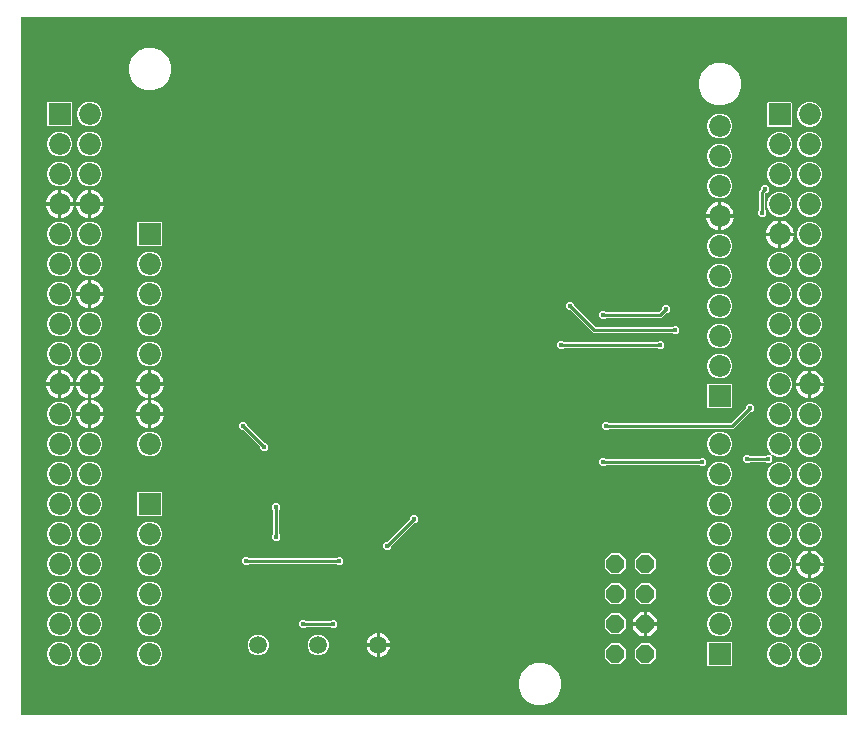
<source format=gbl>
G04 EAGLE Gerber RS-274X export*
G75*
%MOMM*%
%FSLAX34Y34*%
%LPD*%
%INBottom Copper*%
%IPPOS*%
%AMOC8*
5,1,8,0,0,1.08239X$1,22.5*%
G01*
%ADD10P,1.649562X8X292.500000*%
%ADD11R,1.850000X1.850000*%
%ADD12C,1.850000*%
%ADD13C,1.508000*%
%ADD14C,0.452400*%
%ADD15C,0.254000*%

G36*
X701060Y2004D02*
X701060Y2004D01*
X701079Y2002D01*
X701181Y2024D01*
X701283Y2040D01*
X701300Y2050D01*
X701320Y2054D01*
X701409Y2107D01*
X701500Y2156D01*
X701514Y2170D01*
X701531Y2180D01*
X701598Y2259D01*
X701670Y2334D01*
X701678Y2352D01*
X701691Y2367D01*
X701730Y2463D01*
X701773Y2557D01*
X701775Y2577D01*
X701783Y2595D01*
X701801Y2762D01*
X701801Y591498D01*
X701798Y591518D01*
X701800Y591537D01*
X701778Y591639D01*
X701762Y591741D01*
X701752Y591758D01*
X701748Y591778D01*
X701695Y591867D01*
X701646Y591958D01*
X701632Y591972D01*
X701622Y591989D01*
X701543Y592056D01*
X701468Y592128D01*
X701450Y592136D01*
X701435Y592149D01*
X701339Y592188D01*
X701245Y592231D01*
X701225Y592233D01*
X701207Y592241D01*
X701040Y592259D01*
X2762Y592259D01*
X2742Y592256D01*
X2723Y592258D01*
X2621Y592236D01*
X2519Y592220D01*
X2502Y592210D01*
X2482Y592206D01*
X2393Y592153D01*
X2302Y592104D01*
X2288Y592090D01*
X2271Y592080D01*
X2204Y592001D01*
X2132Y591926D01*
X2124Y591908D01*
X2111Y591893D01*
X2072Y591797D01*
X2029Y591703D01*
X2027Y591683D01*
X2019Y591665D01*
X2001Y591498D01*
X2001Y2762D01*
X2004Y2742D01*
X2002Y2723D01*
X2024Y2621D01*
X2040Y2519D01*
X2050Y2502D01*
X2054Y2482D01*
X2107Y2393D01*
X2156Y2302D01*
X2170Y2288D01*
X2180Y2271D01*
X2259Y2204D01*
X2334Y2132D01*
X2352Y2124D01*
X2367Y2111D01*
X2463Y2072D01*
X2557Y2029D01*
X2577Y2027D01*
X2595Y2019D01*
X2762Y2001D01*
X701040Y2001D01*
X701060Y2004D01*
G37*
%LPC*%
G36*
X107684Y530684D02*
X107684Y530684D01*
X101114Y533406D01*
X96086Y538434D01*
X93364Y545004D01*
X93364Y552116D01*
X96086Y558686D01*
X101114Y563714D01*
X107684Y566436D01*
X114796Y566436D01*
X121366Y563714D01*
X126394Y558686D01*
X129116Y552116D01*
X129116Y545004D01*
X126394Y538434D01*
X121366Y533406D01*
X114796Y530684D01*
X107684Y530684D01*
G37*
%LPD*%
%LPC*%
G36*
X590284Y517984D02*
X590284Y517984D01*
X583714Y520706D01*
X578686Y525734D01*
X575964Y532304D01*
X575964Y539416D01*
X578686Y545986D01*
X583714Y551014D01*
X590284Y553736D01*
X597396Y553736D01*
X603966Y551014D01*
X608994Y545986D01*
X611716Y539416D01*
X611716Y532304D01*
X608994Y525734D01*
X603966Y520706D01*
X597396Y517984D01*
X590284Y517984D01*
G37*
%LPD*%
%LPC*%
G36*
X437884Y9984D02*
X437884Y9984D01*
X431314Y12706D01*
X426286Y17734D01*
X423564Y24304D01*
X423564Y31416D01*
X426286Y37986D01*
X431314Y43014D01*
X437884Y45736D01*
X444996Y45736D01*
X451566Y43014D01*
X456594Y37986D01*
X459316Y31416D01*
X459316Y24304D01*
X456594Y17734D01*
X451566Y12706D01*
X444996Y9984D01*
X437884Y9984D01*
G37*
%LPD*%
%LPC*%
G36*
X496377Y242847D02*
X496377Y242847D01*
X494307Y244917D01*
X494307Y247843D01*
X496377Y249913D01*
X499303Y249913D01*
X500072Y249144D01*
X500146Y249091D01*
X500216Y249031D01*
X500246Y249019D01*
X500272Y249000D01*
X500359Y248973D01*
X500444Y248939D01*
X500485Y248935D01*
X500507Y248928D01*
X500539Y248929D01*
X500611Y248921D01*
X603152Y248921D01*
X603242Y248935D01*
X603333Y248943D01*
X603363Y248955D01*
X603395Y248960D01*
X603476Y249003D01*
X603560Y249039D01*
X603592Y249065D01*
X603612Y249076D01*
X603635Y249099D01*
X603691Y249144D01*
X616004Y261457D01*
X616057Y261531D01*
X616117Y261601D01*
X616129Y261631D01*
X616148Y261657D01*
X616175Y261744D01*
X616209Y261829D01*
X616213Y261870D01*
X616220Y261892D01*
X616219Y261924D01*
X616227Y261996D01*
X616227Y263083D01*
X618297Y265153D01*
X621223Y265153D01*
X623293Y263083D01*
X623293Y260157D01*
X621223Y258087D01*
X620136Y258087D01*
X620046Y258073D01*
X619955Y258065D01*
X619925Y258053D01*
X619893Y258048D01*
X619812Y258005D01*
X619728Y257969D01*
X619696Y257943D01*
X619676Y257932D01*
X619653Y257909D01*
X619597Y257864D01*
X605572Y243839D01*
X500611Y243839D01*
X500521Y243825D01*
X500430Y243817D01*
X500400Y243805D01*
X500368Y243800D01*
X500287Y243757D01*
X500203Y243721D01*
X500171Y243695D01*
X500151Y243684D01*
X500128Y243661D01*
X500072Y243616D01*
X499303Y242847D01*
X496377Y242847D01*
G37*
%LPD*%
%LPC*%
G36*
X554797Y324127D02*
X554797Y324127D01*
X554028Y324896D01*
X553954Y324949D01*
X553884Y325009D01*
X553854Y325021D01*
X553828Y325040D01*
X553741Y325067D01*
X553656Y325101D01*
X553615Y325105D01*
X553593Y325112D01*
X553561Y325111D01*
X553489Y325119D01*
X486628Y325119D01*
X467523Y344224D01*
X467449Y344277D01*
X467379Y344337D01*
X467349Y344349D01*
X467323Y344368D01*
X467236Y344395D01*
X467151Y344429D01*
X467110Y344433D01*
X467088Y344440D01*
X467056Y344439D01*
X466984Y344447D01*
X465897Y344447D01*
X463827Y346517D01*
X463827Y349443D01*
X465897Y351513D01*
X468823Y351513D01*
X470893Y349443D01*
X470893Y348356D01*
X470895Y348342D01*
X470894Y348330D01*
X470907Y348271D01*
X470907Y348266D01*
X470915Y348175D01*
X470927Y348145D01*
X470932Y348113D01*
X470975Y348032D01*
X471011Y347948D01*
X471037Y347916D01*
X471048Y347896D01*
X471071Y347873D01*
X471116Y347817D01*
X488509Y330424D01*
X488583Y330371D01*
X488653Y330311D01*
X488683Y330299D01*
X488709Y330280D01*
X488796Y330253D01*
X488881Y330219D01*
X488922Y330215D01*
X488944Y330208D01*
X488976Y330209D01*
X489048Y330201D01*
X553489Y330201D01*
X553579Y330215D01*
X553670Y330223D01*
X553700Y330235D01*
X553732Y330240D01*
X553813Y330283D01*
X553897Y330319D01*
X553929Y330345D01*
X553949Y330356D01*
X553972Y330379D01*
X554028Y330424D01*
X554797Y331193D01*
X557723Y331193D01*
X559793Y329123D01*
X559793Y326197D01*
X557723Y324127D01*
X554797Y324127D01*
G37*
%LPD*%
%LPC*%
G36*
X615757Y214907D02*
X615757Y214907D01*
X613687Y216977D01*
X613687Y219903D01*
X615757Y221973D01*
X618683Y221973D01*
X619452Y221204D01*
X619526Y221151D01*
X619596Y221091D01*
X619626Y221079D01*
X619652Y221060D01*
X619739Y221033D01*
X619824Y220999D01*
X619865Y220995D01*
X619887Y220988D01*
X619919Y220989D01*
X619991Y220981D01*
X632229Y220981D01*
X632319Y220995D01*
X632410Y221003D01*
X632440Y221015D01*
X632472Y221020D01*
X632553Y221063D01*
X632637Y221099D01*
X632669Y221125D01*
X632689Y221136D01*
X632712Y221159D01*
X632768Y221204D01*
X633537Y221973D01*
X636761Y221973D01*
X636832Y221984D01*
X636903Y221986D01*
X636952Y222004D01*
X637004Y222012D01*
X637067Y222046D01*
X637134Y222071D01*
X637175Y222103D01*
X637221Y222128D01*
X637270Y222180D01*
X637326Y222224D01*
X637355Y222268D01*
X637390Y222306D01*
X637421Y222371D01*
X637459Y222431D01*
X637472Y222482D01*
X637494Y222529D01*
X637502Y222600D01*
X637519Y222670D01*
X637515Y222722D01*
X637521Y222773D01*
X637506Y222844D01*
X637500Y222915D01*
X637480Y222963D01*
X637469Y223014D01*
X637432Y223075D01*
X637404Y223141D01*
X637359Y223197D01*
X637343Y223225D01*
X637325Y223240D01*
X637299Y223272D01*
X635721Y224851D01*
X634119Y228717D01*
X634119Y232903D01*
X635721Y236770D01*
X638680Y239729D01*
X642547Y241331D01*
X646733Y241331D01*
X650600Y239729D01*
X653559Y236770D01*
X655161Y232903D01*
X655161Y228717D01*
X653559Y224851D01*
X650600Y221891D01*
X646733Y220289D01*
X642547Y220289D01*
X638571Y221936D01*
X638476Y221959D01*
X638383Y221987D01*
X638357Y221987D01*
X638331Y221993D01*
X638234Y221984D01*
X638137Y221981D01*
X638112Y221972D01*
X638086Y221970D01*
X637998Y221930D01*
X637906Y221897D01*
X637886Y221880D01*
X637862Y221870D01*
X637790Y221804D01*
X637714Y221743D01*
X637700Y221721D01*
X637681Y221703D01*
X637634Y221618D01*
X637581Y221536D01*
X637575Y221511D01*
X637562Y221488D01*
X637545Y221392D01*
X637521Y221297D01*
X637523Y221271D01*
X637518Y221246D01*
X637532Y221149D01*
X637540Y221052D01*
X637550Y221028D01*
X637554Y221002D01*
X637598Y220915D01*
X637636Y220826D01*
X637657Y220800D01*
X637666Y220783D01*
X637689Y220760D01*
X637741Y220695D01*
X638533Y219903D01*
X638533Y216977D01*
X636463Y214907D01*
X633537Y214907D01*
X632768Y215676D01*
X632694Y215729D01*
X632624Y215789D01*
X632594Y215801D01*
X632568Y215820D01*
X632481Y215847D01*
X632396Y215881D01*
X632355Y215885D01*
X632333Y215892D01*
X632301Y215891D01*
X632229Y215899D01*
X619991Y215899D01*
X619901Y215885D01*
X619810Y215877D01*
X619780Y215865D01*
X619748Y215860D01*
X619667Y215817D01*
X619583Y215781D01*
X619551Y215755D01*
X619531Y215744D01*
X619508Y215721D01*
X619452Y215676D01*
X618683Y214907D01*
X615757Y214907D01*
G37*
%LPD*%
%LPC*%
G36*
X493837Y212367D02*
X493837Y212367D01*
X491767Y214437D01*
X491767Y217363D01*
X493837Y219433D01*
X496763Y219433D01*
X497532Y218664D01*
X497606Y218611D01*
X497676Y218551D01*
X497706Y218539D01*
X497732Y218520D01*
X497819Y218493D01*
X497904Y218459D01*
X497945Y218455D01*
X497967Y218448D01*
X497999Y218449D01*
X498071Y218441D01*
X576349Y218441D01*
X576439Y218455D01*
X576530Y218463D01*
X576560Y218475D01*
X576592Y218480D01*
X576673Y218523D01*
X576757Y218559D01*
X576789Y218585D01*
X576809Y218596D01*
X576832Y218619D01*
X576888Y218664D01*
X577657Y219433D01*
X580583Y219433D01*
X582653Y217363D01*
X582653Y214437D01*
X580583Y212367D01*
X577657Y212367D01*
X576888Y213136D01*
X576814Y213189D01*
X576744Y213249D01*
X576714Y213261D01*
X576688Y213280D01*
X576601Y213307D01*
X576516Y213341D01*
X576475Y213345D01*
X576453Y213352D01*
X576421Y213351D01*
X576349Y213359D01*
X498071Y213359D01*
X497981Y213345D01*
X497890Y213337D01*
X497860Y213325D01*
X497828Y213320D01*
X497747Y213277D01*
X497663Y213241D01*
X497631Y213215D01*
X497611Y213204D01*
X497588Y213181D01*
X497532Y213136D01*
X496763Y212367D01*
X493837Y212367D01*
G37*
%LPD*%
%LPC*%
G36*
X458277Y311427D02*
X458277Y311427D01*
X456207Y313497D01*
X456207Y316423D01*
X458277Y318493D01*
X461203Y318493D01*
X461972Y317724D01*
X462046Y317671D01*
X462116Y317611D01*
X462146Y317599D01*
X462172Y317580D01*
X462259Y317553D01*
X462344Y317519D01*
X462385Y317515D01*
X462407Y317508D01*
X462439Y317509D01*
X462511Y317501D01*
X540789Y317501D01*
X540879Y317515D01*
X540970Y317523D01*
X541000Y317535D01*
X541032Y317540D01*
X541113Y317583D01*
X541197Y317619D01*
X541229Y317645D01*
X541250Y317656D01*
X541272Y317679D01*
X541328Y317724D01*
X542097Y318493D01*
X545023Y318493D01*
X547093Y316423D01*
X547093Y313497D01*
X545023Y311427D01*
X542097Y311427D01*
X541328Y312196D01*
X541254Y312249D01*
X541184Y312309D01*
X541154Y312321D01*
X541128Y312340D01*
X541041Y312367D01*
X540956Y312401D01*
X540915Y312405D01*
X540893Y312412D01*
X540861Y312411D01*
X540789Y312419D01*
X462511Y312419D01*
X462421Y312405D01*
X462330Y312397D01*
X462300Y312385D01*
X462268Y312380D01*
X462187Y312337D01*
X462103Y312301D01*
X462071Y312275D01*
X462051Y312264D01*
X462028Y312241D01*
X461972Y312196D01*
X461203Y311427D01*
X458277Y311427D01*
G37*
%LPD*%
%LPC*%
G36*
X191577Y128547D02*
X191577Y128547D01*
X189507Y130617D01*
X189507Y133543D01*
X191577Y135613D01*
X194503Y135613D01*
X195272Y134844D01*
X195346Y134791D01*
X195416Y134731D01*
X195446Y134719D01*
X195472Y134700D01*
X195559Y134673D01*
X195644Y134639D01*
X195685Y134635D01*
X195707Y134628D01*
X195739Y134629D01*
X195811Y134621D01*
X269009Y134621D01*
X269099Y134635D01*
X269190Y134643D01*
X269220Y134655D01*
X269252Y134660D01*
X269333Y134703D01*
X269417Y134739D01*
X269449Y134765D01*
X269469Y134776D01*
X269492Y134799D01*
X269548Y134844D01*
X270317Y135613D01*
X273243Y135613D01*
X275313Y133543D01*
X275313Y130617D01*
X273243Y128547D01*
X270317Y128547D01*
X269548Y129316D01*
X269474Y129369D01*
X269404Y129429D01*
X269374Y129441D01*
X269348Y129460D01*
X269261Y129487D01*
X269176Y129521D01*
X269135Y129525D01*
X269113Y129532D01*
X269081Y129531D01*
X269009Y129539D01*
X195811Y129539D01*
X195721Y129525D01*
X195630Y129517D01*
X195600Y129505D01*
X195568Y129500D01*
X195487Y129457D01*
X195403Y129421D01*
X195371Y129395D01*
X195351Y129384D01*
X195328Y129361D01*
X195272Y129316D01*
X194503Y128547D01*
X191577Y128547D01*
G37*
%LPD*%
%LPC*%
G36*
X101464Y398339D02*
X101464Y398339D01*
X100719Y399084D01*
X100719Y418636D01*
X101464Y419381D01*
X121016Y419381D01*
X121761Y418636D01*
X121761Y399084D01*
X121016Y398339D01*
X101464Y398339D01*
G37*
%LPD*%
%LPC*%
G36*
X25264Y499939D02*
X25264Y499939D01*
X24519Y500684D01*
X24519Y520236D01*
X25264Y520981D01*
X44816Y520981D01*
X45561Y520236D01*
X45561Y500684D01*
X44816Y499939D01*
X25264Y499939D01*
G37*
%LPD*%
%LPC*%
G36*
X584064Y261179D02*
X584064Y261179D01*
X583319Y261924D01*
X583319Y281476D01*
X584064Y282221D01*
X603616Y282221D01*
X604361Y281476D01*
X604361Y261924D01*
X603616Y261179D01*
X584064Y261179D01*
G37*
%LPD*%
%LPC*%
G36*
X634864Y499689D02*
X634864Y499689D01*
X634119Y500434D01*
X634119Y519986D01*
X634864Y520731D01*
X654416Y520731D01*
X655161Y519986D01*
X655161Y500434D01*
X654416Y499689D01*
X634864Y499689D01*
G37*
%LPD*%
%LPC*%
G36*
X584064Y42739D02*
X584064Y42739D01*
X583319Y43484D01*
X583319Y63036D01*
X584064Y63781D01*
X603616Y63781D01*
X604361Y63036D01*
X604361Y43484D01*
X603616Y42739D01*
X584064Y42739D01*
G37*
%LPD*%
%LPC*%
G36*
X101464Y169739D02*
X101464Y169739D01*
X100719Y170484D01*
X100719Y190036D01*
X101464Y190781D01*
X121016Y190781D01*
X121761Y190036D01*
X121761Y170484D01*
X121016Y169739D01*
X101464Y169739D01*
G37*
%LPD*%
%LPC*%
G36*
X58347Y499939D02*
X58347Y499939D01*
X54480Y501541D01*
X51521Y504500D01*
X49919Y508367D01*
X49919Y512553D01*
X51521Y516420D01*
X54480Y519379D01*
X58347Y520981D01*
X62533Y520981D01*
X66400Y519379D01*
X69359Y516420D01*
X70961Y512553D01*
X70961Y508367D01*
X69359Y504500D01*
X66400Y501541D01*
X62533Y499939D01*
X58347Y499939D01*
G37*
%LPD*%
%LPC*%
G36*
X667947Y499689D02*
X667947Y499689D01*
X664080Y501291D01*
X661121Y504251D01*
X659519Y508117D01*
X659519Y512303D01*
X661121Y516170D01*
X664080Y519129D01*
X667947Y520731D01*
X672133Y520731D01*
X676000Y519129D01*
X678959Y516170D01*
X680561Y512303D01*
X680561Y508117D01*
X678959Y504251D01*
X676000Y501291D01*
X672133Y499689D01*
X667947Y499689D01*
G37*
%LPD*%
%LPC*%
G36*
X591747Y489779D02*
X591747Y489779D01*
X587880Y491381D01*
X584921Y494340D01*
X583319Y498207D01*
X583319Y502393D01*
X584921Y506260D01*
X587880Y509219D01*
X591747Y510821D01*
X595933Y510821D01*
X599800Y509219D01*
X602759Y506260D01*
X604361Y502393D01*
X604361Y498207D01*
X602759Y494340D01*
X599800Y491381D01*
X595933Y489779D01*
X591747Y489779D01*
G37*
%LPD*%
%LPC*%
G36*
X58347Y474539D02*
X58347Y474539D01*
X54480Y476141D01*
X51521Y479100D01*
X49919Y482967D01*
X49919Y487153D01*
X51521Y491020D01*
X54480Y493979D01*
X58347Y495581D01*
X62533Y495581D01*
X66400Y493979D01*
X69359Y491020D01*
X70961Y487153D01*
X70961Y482967D01*
X69359Y479100D01*
X66400Y476141D01*
X62533Y474539D01*
X58347Y474539D01*
G37*
%LPD*%
%LPC*%
G36*
X32947Y474539D02*
X32947Y474539D01*
X29080Y476141D01*
X26121Y479100D01*
X24519Y482967D01*
X24519Y487153D01*
X26121Y491020D01*
X29080Y493979D01*
X32947Y495581D01*
X37133Y495581D01*
X41000Y493979D01*
X43959Y491020D01*
X45561Y487153D01*
X45561Y482967D01*
X43959Y479100D01*
X41000Y476141D01*
X37133Y474539D01*
X32947Y474539D01*
G37*
%LPD*%
%LPC*%
G36*
X667947Y474289D02*
X667947Y474289D01*
X664080Y475891D01*
X661121Y478851D01*
X659519Y482717D01*
X659519Y486903D01*
X661121Y490770D01*
X664080Y493729D01*
X667947Y495331D01*
X672133Y495331D01*
X676000Y493729D01*
X678959Y490770D01*
X680561Y486903D01*
X680561Y482717D01*
X678959Y478851D01*
X676000Y475891D01*
X672133Y474289D01*
X667947Y474289D01*
G37*
%LPD*%
%LPC*%
G36*
X642547Y474289D02*
X642547Y474289D01*
X638680Y475891D01*
X635721Y478851D01*
X634119Y482717D01*
X634119Y486903D01*
X635721Y490770D01*
X638680Y493729D01*
X642547Y495331D01*
X646733Y495331D01*
X650600Y493729D01*
X653559Y490770D01*
X655161Y486903D01*
X655161Y482717D01*
X653559Y478851D01*
X650600Y475891D01*
X646733Y474289D01*
X642547Y474289D01*
G37*
%LPD*%
%LPC*%
G36*
X591747Y464379D02*
X591747Y464379D01*
X587880Y465981D01*
X584921Y468940D01*
X583319Y472807D01*
X583319Y476993D01*
X584921Y480860D01*
X587880Y483819D01*
X591747Y485421D01*
X595933Y485421D01*
X599800Y483819D01*
X602759Y480860D01*
X604361Y476993D01*
X604361Y472807D01*
X602759Y468940D01*
X599800Y465981D01*
X595933Y464379D01*
X591747Y464379D01*
G37*
%LPD*%
%LPC*%
G36*
X58347Y449139D02*
X58347Y449139D01*
X54480Y450741D01*
X51521Y453700D01*
X49919Y457567D01*
X49919Y461753D01*
X51521Y465620D01*
X54480Y468579D01*
X58347Y470181D01*
X62533Y470181D01*
X66400Y468579D01*
X69359Y465620D01*
X70961Y461753D01*
X70961Y457567D01*
X69359Y453700D01*
X66400Y450741D01*
X62533Y449139D01*
X58347Y449139D01*
G37*
%LPD*%
%LPC*%
G36*
X32947Y449139D02*
X32947Y449139D01*
X29080Y450741D01*
X26121Y453700D01*
X24519Y457567D01*
X24519Y461753D01*
X26121Y465620D01*
X29080Y468579D01*
X32947Y470181D01*
X37133Y470181D01*
X41000Y468579D01*
X43959Y465620D01*
X45561Y461753D01*
X45561Y457567D01*
X43959Y453700D01*
X41000Y450741D01*
X37133Y449139D01*
X32947Y449139D01*
G37*
%LPD*%
%LPC*%
G36*
X667947Y448889D02*
X667947Y448889D01*
X664080Y450491D01*
X661121Y453451D01*
X659519Y457317D01*
X659519Y461503D01*
X661121Y465370D01*
X664080Y468329D01*
X667947Y469931D01*
X672133Y469931D01*
X676000Y468329D01*
X678959Y465370D01*
X680561Y461503D01*
X680561Y457317D01*
X678959Y453451D01*
X676000Y450491D01*
X672133Y448889D01*
X667947Y448889D01*
G37*
%LPD*%
%LPC*%
G36*
X642547Y448889D02*
X642547Y448889D01*
X638680Y450491D01*
X635721Y453451D01*
X634119Y457317D01*
X634119Y461503D01*
X635721Y465370D01*
X638680Y468329D01*
X642547Y469931D01*
X646733Y469931D01*
X650600Y468329D01*
X653559Y465370D01*
X655161Y461503D01*
X655161Y457317D01*
X653559Y453451D01*
X650600Y450491D01*
X646733Y448889D01*
X642547Y448889D01*
G37*
%LPD*%
%LPC*%
G36*
X591747Y438979D02*
X591747Y438979D01*
X587880Y440581D01*
X584921Y443540D01*
X583319Y447407D01*
X583319Y451593D01*
X584921Y455460D01*
X587880Y458419D01*
X591747Y460021D01*
X595933Y460021D01*
X599800Y458419D01*
X602759Y455460D01*
X604361Y451593D01*
X604361Y447407D01*
X602759Y443540D01*
X599800Y440581D01*
X595933Y438979D01*
X591747Y438979D01*
G37*
%LPD*%
%LPC*%
G36*
X32947Y195139D02*
X32947Y195139D01*
X29080Y196741D01*
X26121Y199700D01*
X24519Y203567D01*
X24519Y207753D01*
X26121Y211620D01*
X29080Y214579D01*
X32947Y216181D01*
X37133Y216181D01*
X41000Y214579D01*
X43959Y211620D01*
X45561Y207753D01*
X45561Y203567D01*
X43959Y199700D01*
X41000Y196741D01*
X37133Y195139D01*
X32947Y195139D01*
G37*
%LPD*%
%LPC*%
G36*
X667947Y194889D02*
X667947Y194889D01*
X664080Y196491D01*
X661121Y199451D01*
X659519Y203317D01*
X659519Y207503D01*
X661121Y211370D01*
X664080Y214329D01*
X667947Y215931D01*
X672133Y215931D01*
X676000Y214329D01*
X678959Y211370D01*
X680561Y207503D01*
X680561Y203317D01*
X678959Y199451D01*
X676000Y196491D01*
X672133Y194889D01*
X667947Y194889D01*
G37*
%LPD*%
%LPC*%
G36*
X642547Y194889D02*
X642547Y194889D01*
X638680Y196491D01*
X635721Y199451D01*
X634119Y203317D01*
X634119Y207503D01*
X635721Y211370D01*
X638680Y214329D01*
X642547Y215931D01*
X646733Y215931D01*
X650600Y214329D01*
X653559Y211370D01*
X655161Y207503D01*
X655161Y203317D01*
X653559Y199451D01*
X650600Y196491D01*
X646733Y194889D01*
X642547Y194889D01*
G37*
%LPD*%
%LPC*%
G36*
X591747Y169739D02*
X591747Y169739D01*
X587880Y171341D01*
X584921Y174300D01*
X583319Y178167D01*
X583319Y182353D01*
X584921Y186220D01*
X587880Y189179D01*
X591747Y190781D01*
X595933Y190781D01*
X599800Y189179D01*
X602759Y186220D01*
X604361Y182353D01*
X604361Y178167D01*
X602759Y174300D01*
X599800Y171341D01*
X595933Y169739D01*
X591747Y169739D01*
G37*
%LPD*%
%LPC*%
G36*
X58347Y169739D02*
X58347Y169739D01*
X54480Y171341D01*
X51521Y174300D01*
X49919Y178167D01*
X49919Y182353D01*
X51521Y186220D01*
X54480Y189179D01*
X58347Y190781D01*
X62533Y190781D01*
X66400Y189179D01*
X69359Y186220D01*
X70961Y182353D01*
X70961Y178167D01*
X69359Y174300D01*
X66400Y171341D01*
X62533Y169739D01*
X58347Y169739D01*
G37*
%LPD*%
%LPC*%
G36*
X667947Y423489D02*
X667947Y423489D01*
X664080Y425091D01*
X661121Y428051D01*
X659519Y431917D01*
X659519Y436103D01*
X661121Y439970D01*
X664080Y442929D01*
X667947Y444531D01*
X672133Y444531D01*
X676000Y442929D01*
X678959Y439970D01*
X680561Y436103D01*
X680561Y431917D01*
X678959Y428051D01*
X676000Y425091D01*
X672133Y423489D01*
X667947Y423489D01*
G37*
%LPD*%
%LPC*%
G36*
X642547Y423489D02*
X642547Y423489D01*
X638680Y425091D01*
X635721Y428051D01*
X634119Y431917D01*
X634119Y436103D01*
X635721Y439970D01*
X638680Y442929D01*
X642547Y444531D01*
X646733Y444531D01*
X650600Y442929D01*
X653559Y439970D01*
X655161Y436103D01*
X655161Y431917D01*
X653559Y428051D01*
X650600Y425091D01*
X646733Y423489D01*
X642547Y423489D01*
G37*
%LPD*%
%LPC*%
G36*
X32947Y169739D02*
X32947Y169739D01*
X29080Y171341D01*
X26121Y174300D01*
X24519Y178167D01*
X24519Y182353D01*
X26121Y186220D01*
X29080Y189179D01*
X32947Y190781D01*
X37133Y190781D01*
X41000Y189179D01*
X43959Y186220D01*
X45561Y182353D01*
X45561Y178167D01*
X43959Y174300D01*
X41000Y171341D01*
X37133Y169739D01*
X32947Y169739D01*
G37*
%LPD*%
%LPC*%
G36*
X667947Y169489D02*
X667947Y169489D01*
X664080Y171091D01*
X661121Y174051D01*
X659519Y177917D01*
X659519Y182103D01*
X661121Y185970D01*
X664080Y188929D01*
X667947Y190531D01*
X672133Y190531D01*
X676000Y188929D01*
X678959Y185970D01*
X680561Y182103D01*
X680561Y177917D01*
X678959Y174051D01*
X676000Y171091D01*
X672133Y169489D01*
X667947Y169489D01*
G37*
%LPD*%
%LPC*%
G36*
X642547Y169489D02*
X642547Y169489D01*
X638680Y171091D01*
X635721Y174051D01*
X634119Y177917D01*
X634119Y182103D01*
X635721Y185970D01*
X638680Y188929D01*
X642547Y190531D01*
X646733Y190531D01*
X650600Y188929D01*
X653559Y185970D01*
X655161Y182103D01*
X655161Y177917D01*
X653559Y174051D01*
X650600Y171091D01*
X646733Y169489D01*
X642547Y169489D01*
G37*
%LPD*%
%LPC*%
G36*
X591747Y144339D02*
X591747Y144339D01*
X587880Y145941D01*
X584921Y148900D01*
X583319Y152767D01*
X583319Y156953D01*
X584921Y160820D01*
X587880Y163779D01*
X591747Y165381D01*
X595933Y165381D01*
X599800Y163779D01*
X602759Y160820D01*
X604361Y156953D01*
X604361Y152767D01*
X602759Y148900D01*
X599800Y145941D01*
X595933Y144339D01*
X591747Y144339D01*
G37*
%LPD*%
%LPC*%
G36*
X109147Y144339D02*
X109147Y144339D01*
X105280Y145941D01*
X102321Y148900D01*
X100719Y152767D01*
X100719Y156953D01*
X102321Y160820D01*
X105280Y163779D01*
X109147Y165381D01*
X113333Y165381D01*
X117200Y163779D01*
X120159Y160820D01*
X121761Y156953D01*
X121761Y152767D01*
X120159Y148900D01*
X117200Y145941D01*
X113333Y144339D01*
X109147Y144339D01*
G37*
%LPD*%
%LPC*%
G36*
X58347Y144339D02*
X58347Y144339D01*
X54480Y145941D01*
X51521Y148900D01*
X49919Y152767D01*
X49919Y156953D01*
X51521Y160820D01*
X54480Y163779D01*
X58347Y165381D01*
X62533Y165381D01*
X66400Y163779D01*
X69359Y160820D01*
X70961Y156953D01*
X70961Y152767D01*
X69359Y148900D01*
X66400Y145941D01*
X62533Y144339D01*
X58347Y144339D01*
G37*
%LPD*%
%LPC*%
G36*
X32947Y144339D02*
X32947Y144339D01*
X29080Y145941D01*
X26121Y148900D01*
X24519Y152767D01*
X24519Y156953D01*
X26121Y160820D01*
X29080Y163779D01*
X32947Y165381D01*
X37133Y165381D01*
X41000Y163779D01*
X43959Y160820D01*
X45561Y156953D01*
X45561Y152767D01*
X43959Y148900D01*
X41000Y145941D01*
X37133Y144339D01*
X32947Y144339D01*
G37*
%LPD*%
%LPC*%
G36*
X667947Y144089D02*
X667947Y144089D01*
X664080Y145691D01*
X661121Y148651D01*
X659519Y152517D01*
X659519Y156703D01*
X661121Y160570D01*
X664080Y163529D01*
X667947Y165131D01*
X672133Y165131D01*
X676000Y163529D01*
X678959Y160570D01*
X680561Y156703D01*
X680561Y152517D01*
X678959Y148651D01*
X676000Y145691D01*
X672133Y144089D01*
X667947Y144089D01*
G37*
%LPD*%
%LPC*%
G36*
X642547Y144089D02*
X642547Y144089D01*
X638680Y145691D01*
X635721Y148651D01*
X634119Y152517D01*
X634119Y156703D01*
X635721Y160570D01*
X638680Y163529D01*
X642547Y165131D01*
X646733Y165131D01*
X650600Y163529D01*
X653559Y160570D01*
X655161Y156703D01*
X655161Y152517D01*
X653559Y148651D01*
X650600Y145691D01*
X646733Y144089D01*
X642547Y144089D01*
G37*
%LPD*%
%LPC*%
G36*
X58347Y118939D02*
X58347Y118939D01*
X54480Y120541D01*
X51521Y123500D01*
X49919Y127367D01*
X49919Y131553D01*
X51521Y135420D01*
X54480Y138379D01*
X58347Y139981D01*
X62533Y139981D01*
X66400Y138379D01*
X69359Y135420D01*
X70961Y131553D01*
X70961Y127367D01*
X69359Y123500D01*
X66400Y120541D01*
X62533Y118939D01*
X58347Y118939D01*
G37*
%LPD*%
%LPC*%
G36*
X591747Y118939D02*
X591747Y118939D01*
X587880Y120541D01*
X584921Y123500D01*
X583319Y127367D01*
X583319Y131553D01*
X584921Y135420D01*
X587880Y138379D01*
X591747Y139981D01*
X595933Y139981D01*
X599800Y138379D01*
X602759Y135420D01*
X604361Y131553D01*
X604361Y127367D01*
X602759Y123500D01*
X599800Y120541D01*
X595933Y118939D01*
X591747Y118939D01*
G37*
%LPD*%
%LPC*%
G36*
X109147Y118939D02*
X109147Y118939D01*
X105280Y120541D01*
X102321Y123500D01*
X100719Y127367D01*
X100719Y131553D01*
X102321Y135420D01*
X105280Y138379D01*
X109147Y139981D01*
X113333Y139981D01*
X117200Y138379D01*
X120159Y135420D01*
X121761Y131553D01*
X121761Y127367D01*
X120159Y123500D01*
X117200Y120541D01*
X113333Y118939D01*
X109147Y118939D01*
G37*
%LPD*%
%LPC*%
G36*
X642547Y118689D02*
X642547Y118689D01*
X638680Y120291D01*
X635721Y123251D01*
X634119Y127117D01*
X634119Y131303D01*
X635721Y135170D01*
X638680Y138129D01*
X642547Y139731D01*
X646733Y139731D01*
X650600Y138129D01*
X653559Y135170D01*
X655161Y131303D01*
X655161Y127117D01*
X653559Y123251D01*
X650600Y120291D01*
X646733Y118689D01*
X642547Y118689D01*
G37*
%LPD*%
%LPC*%
G36*
X58347Y398339D02*
X58347Y398339D01*
X54480Y399941D01*
X51521Y402900D01*
X49919Y406767D01*
X49919Y410953D01*
X51521Y414820D01*
X54480Y417779D01*
X58347Y419381D01*
X62533Y419381D01*
X66400Y417779D01*
X69359Y414820D01*
X70961Y410953D01*
X70961Y406767D01*
X69359Y402900D01*
X66400Y399941D01*
X62533Y398339D01*
X58347Y398339D01*
G37*
%LPD*%
%LPC*%
G36*
X32947Y398339D02*
X32947Y398339D01*
X29080Y399941D01*
X26121Y402900D01*
X24519Y406767D01*
X24519Y410953D01*
X26121Y414820D01*
X29080Y417779D01*
X32947Y419381D01*
X37133Y419381D01*
X41000Y417779D01*
X43959Y414820D01*
X45561Y410953D01*
X45561Y406767D01*
X43959Y402900D01*
X41000Y399941D01*
X37133Y398339D01*
X32947Y398339D01*
G37*
%LPD*%
%LPC*%
G36*
X667947Y398089D02*
X667947Y398089D01*
X664080Y399691D01*
X661121Y402651D01*
X659519Y406517D01*
X659519Y410703D01*
X661121Y414570D01*
X664080Y417529D01*
X667947Y419131D01*
X672133Y419131D01*
X676000Y417529D01*
X678959Y414570D01*
X680561Y410703D01*
X680561Y406517D01*
X678959Y402651D01*
X676000Y399691D01*
X672133Y398089D01*
X667947Y398089D01*
G37*
%LPD*%
%LPC*%
G36*
X591747Y388179D02*
X591747Y388179D01*
X587880Y389781D01*
X584921Y392740D01*
X583319Y396607D01*
X583319Y400793D01*
X584921Y404660D01*
X587880Y407619D01*
X591747Y409221D01*
X595933Y409221D01*
X599800Y407619D01*
X602759Y404660D01*
X604361Y400793D01*
X604361Y396607D01*
X602759Y392740D01*
X599800Y389781D01*
X595933Y388179D01*
X591747Y388179D01*
G37*
%LPD*%
%LPC*%
G36*
X591747Y93539D02*
X591747Y93539D01*
X587880Y95141D01*
X584921Y98100D01*
X583319Y101967D01*
X583319Y106153D01*
X584921Y110020D01*
X587880Y112979D01*
X591747Y114581D01*
X595933Y114581D01*
X599800Y112979D01*
X602759Y110020D01*
X604361Y106153D01*
X604361Y101967D01*
X602759Y98100D01*
X599800Y95141D01*
X595933Y93539D01*
X591747Y93539D01*
G37*
%LPD*%
%LPC*%
G36*
X109147Y93539D02*
X109147Y93539D01*
X105280Y95141D01*
X102321Y98100D01*
X100719Y101967D01*
X100719Y106153D01*
X102321Y110020D01*
X105280Y112979D01*
X109147Y114581D01*
X113333Y114581D01*
X117200Y112979D01*
X120159Y110020D01*
X121761Y106153D01*
X121761Y101967D01*
X120159Y98100D01*
X117200Y95141D01*
X113333Y93539D01*
X109147Y93539D01*
G37*
%LPD*%
%LPC*%
G36*
X58347Y93539D02*
X58347Y93539D01*
X54480Y95141D01*
X51521Y98100D01*
X49919Y101967D01*
X49919Y106153D01*
X51521Y110020D01*
X54480Y112979D01*
X58347Y114581D01*
X62533Y114581D01*
X66400Y112979D01*
X69359Y110020D01*
X70961Y106153D01*
X70961Y101967D01*
X69359Y98100D01*
X66400Y95141D01*
X62533Y93539D01*
X58347Y93539D01*
G37*
%LPD*%
%LPC*%
G36*
X109147Y372939D02*
X109147Y372939D01*
X105280Y374541D01*
X102321Y377500D01*
X100719Y381367D01*
X100719Y385553D01*
X102321Y389420D01*
X105280Y392379D01*
X109147Y393981D01*
X113333Y393981D01*
X117200Y392379D01*
X120159Y389420D01*
X121761Y385553D01*
X121761Y381367D01*
X120159Y377500D01*
X117200Y374541D01*
X113333Y372939D01*
X109147Y372939D01*
G37*
%LPD*%
%LPC*%
G36*
X58347Y372939D02*
X58347Y372939D01*
X54480Y374541D01*
X51521Y377500D01*
X49919Y381367D01*
X49919Y385553D01*
X51521Y389420D01*
X54480Y392379D01*
X58347Y393981D01*
X62533Y393981D01*
X66400Y392379D01*
X69359Y389420D01*
X70961Y385553D01*
X70961Y381367D01*
X69359Y377500D01*
X66400Y374541D01*
X62533Y372939D01*
X58347Y372939D01*
G37*
%LPD*%
%LPC*%
G36*
X32947Y372939D02*
X32947Y372939D01*
X29080Y374541D01*
X26121Y377500D01*
X24519Y381367D01*
X24519Y385553D01*
X26121Y389420D01*
X29080Y392379D01*
X32947Y393981D01*
X37133Y393981D01*
X41000Y392379D01*
X43959Y389420D01*
X45561Y385553D01*
X45561Y381367D01*
X43959Y377500D01*
X41000Y374541D01*
X37133Y372939D01*
X32947Y372939D01*
G37*
%LPD*%
%LPC*%
G36*
X667947Y372689D02*
X667947Y372689D01*
X664080Y374291D01*
X661121Y377251D01*
X659519Y381117D01*
X659519Y385303D01*
X661121Y389170D01*
X664080Y392129D01*
X667947Y393731D01*
X672133Y393731D01*
X676000Y392129D01*
X678959Y389170D01*
X680561Y385303D01*
X680561Y381117D01*
X678959Y377251D01*
X676000Y374291D01*
X672133Y372689D01*
X667947Y372689D01*
G37*
%LPD*%
%LPC*%
G36*
X642547Y372689D02*
X642547Y372689D01*
X638680Y374291D01*
X635721Y377251D01*
X634119Y381117D01*
X634119Y385303D01*
X635721Y389170D01*
X638680Y392129D01*
X642547Y393731D01*
X646733Y393731D01*
X650600Y392129D01*
X653559Y389170D01*
X655161Y385303D01*
X655161Y381117D01*
X653559Y377251D01*
X650600Y374291D01*
X646733Y372689D01*
X642547Y372689D01*
G37*
%LPD*%
%LPC*%
G36*
X591747Y362779D02*
X591747Y362779D01*
X587880Y364381D01*
X584921Y367340D01*
X583319Y371207D01*
X583319Y375393D01*
X584921Y379260D01*
X587880Y382219D01*
X591747Y383821D01*
X595933Y383821D01*
X599800Y382219D01*
X602759Y379260D01*
X604361Y375393D01*
X604361Y371207D01*
X602759Y367340D01*
X599800Y364381D01*
X595933Y362779D01*
X591747Y362779D01*
G37*
%LPD*%
%LPC*%
G36*
X32947Y93539D02*
X32947Y93539D01*
X29080Y95141D01*
X26121Y98100D01*
X24519Y101967D01*
X24519Y106153D01*
X26121Y110020D01*
X29080Y112979D01*
X32947Y114581D01*
X37133Y114581D01*
X41000Y112979D01*
X43959Y110020D01*
X45561Y106153D01*
X45561Y101967D01*
X43959Y98100D01*
X41000Y95141D01*
X37133Y93539D01*
X32947Y93539D01*
G37*
%LPD*%
%LPC*%
G36*
X667947Y93289D02*
X667947Y93289D01*
X664080Y94891D01*
X661121Y97851D01*
X659519Y101717D01*
X659519Y105903D01*
X661121Y109770D01*
X664080Y112729D01*
X667947Y114331D01*
X672133Y114331D01*
X676000Y112729D01*
X678959Y109770D01*
X680561Y105903D01*
X680561Y101717D01*
X678959Y97851D01*
X676000Y94891D01*
X672133Y93289D01*
X667947Y93289D01*
G37*
%LPD*%
%LPC*%
G36*
X109147Y347539D02*
X109147Y347539D01*
X105280Y349141D01*
X102321Y352100D01*
X100719Y355967D01*
X100719Y360153D01*
X102321Y364020D01*
X105280Y366979D01*
X109147Y368581D01*
X113333Y368581D01*
X117200Y366979D01*
X120159Y364020D01*
X121761Y360153D01*
X121761Y355967D01*
X120159Y352100D01*
X117200Y349141D01*
X113333Y347539D01*
X109147Y347539D01*
G37*
%LPD*%
%LPC*%
G36*
X32947Y347539D02*
X32947Y347539D01*
X29080Y349141D01*
X26121Y352100D01*
X24519Y355967D01*
X24519Y360153D01*
X26121Y364020D01*
X29080Y366979D01*
X32947Y368581D01*
X37133Y368581D01*
X41000Y366979D01*
X43959Y364020D01*
X45561Y360153D01*
X45561Y355967D01*
X43959Y352100D01*
X41000Y349141D01*
X37133Y347539D01*
X32947Y347539D01*
G37*
%LPD*%
%LPC*%
G36*
X667947Y347289D02*
X667947Y347289D01*
X664080Y348891D01*
X661121Y351851D01*
X659519Y355717D01*
X659519Y359903D01*
X661121Y363770D01*
X664080Y366729D01*
X667947Y368331D01*
X672133Y368331D01*
X676000Y366729D01*
X678959Y363770D01*
X680561Y359903D01*
X680561Y355717D01*
X678959Y351851D01*
X676000Y348891D01*
X672133Y347289D01*
X667947Y347289D01*
G37*
%LPD*%
%LPC*%
G36*
X642547Y347289D02*
X642547Y347289D01*
X638680Y348891D01*
X635721Y351851D01*
X634119Y355717D01*
X634119Y359903D01*
X635721Y363770D01*
X638680Y366729D01*
X642547Y368331D01*
X646733Y368331D01*
X650600Y366729D01*
X653559Y363770D01*
X655161Y359903D01*
X655161Y355717D01*
X653559Y351851D01*
X650600Y348891D01*
X646733Y347289D01*
X642547Y347289D01*
G37*
%LPD*%
%LPC*%
G36*
X591747Y337379D02*
X591747Y337379D01*
X587880Y338981D01*
X584921Y341940D01*
X583319Y345807D01*
X583319Y349993D01*
X584921Y353860D01*
X587880Y356819D01*
X591747Y358421D01*
X595933Y358421D01*
X599800Y356819D01*
X602759Y353860D01*
X604361Y349993D01*
X604361Y345807D01*
X602759Y341940D01*
X599800Y338981D01*
X595933Y337379D01*
X591747Y337379D01*
G37*
%LPD*%
%LPC*%
G36*
X642547Y93289D02*
X642547Y93289D01*
X638680Y94891D01*
X635721Y97851D01*
X634119Y101717D01*
X634119Y105903D01*
X635721Y109770D01*
X638680Y112729D01*
X642547Y114331D01*
X646733Y114331D01*
X650600Y112729D01*
X653559Y109770D01*
X655161Y105903D01*
X655161Y101717D01*
X653559Y97851D01*
X650600Y94891D01*
X646733Y93289D01*
X642547Y93289D01*
G37*
%LPD*%
%LPC*%
G36*
X591747Y68139D02*
X591747Y68139D01*
X587880Y69741D01*
X584921Y72700D01*
X583319Y76567D01*
X583319Y80753D01*
X584921Y84620D01*
X587880Y87579D01*
X591747Y89181D01*
X595933Y89181D01*
X599800Y87579D01*
X602759Y84620D01*
X604361Y80753D01*
X604361Y76567D01*
X602759Y72700D01*
X599800Y69741D01*
X595933Y68139D01*
X591747Y68139D01*
G37*
%LPD*%
%LPC*%
G36*
X109147Y68139D02*
X109147Y68139D01*
X105280Y69741D01*
X102321Y72700D01*
X100719Y76567D01*
X100719Y80753D01*
X102321Y84620D01*
X105280Y87579D01*
X109147Y89181D01*
X113333Y89181D01*
X117200Y87579D01*
X120159Y84620D01*
X121761Y80753D01*
X121761Y76567D01*
X120159Y72700D01*
X117200Y69741D01*
X113333Y68139D01*
X109147Y68139D01*
G37*
%LPD*%
%LPC*%
G36*
X58347Y68139D02*
X58347Y68139D01*
X54480Y69741D01*
X51521Y72700D01*
X49919Y76567D01*
X49919Y80753D01*
X51521Y84620D01*
X54480Y87579D01*
X58347Y89181D01*
X62533Y89181D01*
X66400Y87579D01*
X69359Y84620D01*
X70961Y80753D01*
X70961Y76567D01*
X69359Y72700D01*
X66400Y69741D01*
X62533Y68139D01*
X58347Y68139D01*
G37*
%LPD*%
%LPC*%
G36*
X109147Y322139D02*
X109147Y322139D01*
X105280Y323741D01*
X102321Y326700D01*
X100719Y330567D01*
X100719Y334753D01*
X102321Y338620D01*
X105280Y341579D01*
X109147Y343181D01*
X113333Y343181D01*
X117200Y341579D01*
X120159Y338620D01*
X121761Y334753D01*
X121761Y330567D01*
X120159Y326700D01*
X117200Y323741D01*
X113333Y322139D01*
X109147Y322139D01*
G37*
%LPD*%
%LPC*%
G36*
X58347Y322139D02*
X58347Y322139D01*
X54480Y323741D01*
X51521Y326700D01*
X49919Y330567D01*
X49919Y334753D01*
X51521Y338620D01*
X54480Y341579D01*
X58347Y343181D01*
X62533Y343181D01*
X66400Y341579D01*
X69359Y338620D01*
X70961Y334753D01*
X70961Y330567D01*
X69359Y326700D01*
X66400Y323741D01*
X62533Y322139D01*
X58347Y322139D01*
G37*
%LPD*%
%LPC*%
G36*
X32947Y322139D02*
X32947Y322139D01*
X29080Y323741D01*
X26121Y326700D01*
X24519Y330567D01*
X24519Y334753D01*
X26121Y338620D01*
X29080Y341579D01*
X32947Y343181D01*
X37133Y343181D01*
X41000Y341579D01*
X43959Y338620D01*
X45561Y334753D01*
X45561Y330567D01*
X43959Y326700D01*
X41000Y323741D01*
X37133Y322139D01*
X32947Y322139D01*
G37*
%LPD*%
%LPC*%
G36*
X667947Y321889D02*
X667947Y321889D01*
X664080Y323491D01*
X661121Y326451D01*
X659519Y330317D01*
X659519Y334503D01*
X661121Y338370D01*
X664080Y341329D01*
X667947Y342931D01*
X672133Y342931D01*
X676000Y341329D01*
X678959Y338370D01*
X680561Y334503D01*
X680561Y330317D01*
X678959Y326451D01*
X676000Y323491D01*
X672133Y321889D01*
X667947Y321889D01*
G37*
%LPD*%
%LPC*%
G36*
X642547Y321889D02*
X642547Y321889D01*
X638680Y323491D01*
X635721Y326451D01*
X634119Y330317D01*
X634119Y334503D01*
X635721Y338370D01*
X638680Y341329D01*
X642547Y342931D01*
X646733Y342931D01*
X650600Y341329D01*
X653559Y338370D01*
X655161Y334503D01*
X655161Y330317D01*
X653559Y326451D01*
X650600Y323491D01*
X646733Y321889D01*
X642547Y321889D01*
G37*
%LPD*%
%LPC*%
G36*
X591747Y311979D02*
X591747Y311979D01*
X587880Y313581D01*
X584921Y316540D01*
X583319Y320407D01*
X583319Y324593D01*
X584921Y328460D01*
X587880Y331419D01*
X591747Y333021D01*
X595933Y333021D01*
X599800Y331419D01*
X602759Y328460D01*
X604361Y324593D01*
X604361Y320407D01*
X602759Y316540D01*
X599800Y313581D01*
X595933Y311979D01*
X591747Y311979D01*
G37*
%LPD*%
%LPC*%
G36*
X109147Y296739D02*
X109147Y296739D01*
X105280Y298341D01*
X102321Y301300D01*
X100719Y305167D01*
X100719Y309353D01*
X102321Y313220D01*
X105280Y316179D01*
X109147Y317781D01*
X113333Y317781D01*
X117200Y316179D01*
X120159Y313220D01*
X121761Y309353D01*
X121761Y305167D01*
X120159Y301300D01*
X117200Y298341D01*
X113333Y296739D01*
X109147Y296739D01*
G37*
%LPD*%
%LPC*%
G36*
X58347Y296739D02*
X58347Y296739D01*
X54480Y298341D01*
X51521Y301300D01*
X49919Y305167D01*
X49919Y309353D01*
X51521Y313220D01*
X54480Y316179D01*
X58347Y317781D01*
X62533Y317781D01*
X66400Y316179D01*
X69359Y313220D01*
X70961Y309353D01*
X70961Y305167D01*
X69359Y301300D01*
X66400Y298341D01*
X62533Y296739D01*
X58347Y296739D01*
G37*
%LPD*%
%LPC*%
G36*
X32947Y296739D02*
X32947Y296739D01*
X29080Y298341D01*
X26121Y301300D01*
X24519Y305167D01*
X24519Y309353D01*
X26121Y313220D01*
X29080Y316179D01*
X32947Y317781D01*
X37133Y317781D01*
X41000Y316179D01*
X43959Y313220D01*
X45561Y309353D01*
X45561Y305167D01*
X43959Y301300D01*
X41000Y298341D01*
X37133Y296739D01*
X32947Y296739D01*
G37*
%LPD*%
%LPC*%
G36*
X667947Y296489D02*
X667947Y296489D01*
X664080Y298091D01*
X661121Y301051D01*
X659519Y304917D01*
X659519Y309103D01*
X661121Y312970D01*
X664080Y315929D01*
X667947Y317531D01*
X672133Y317531D01*
X676000Y315929D01*
X678959Y312970D01*
X680561Y309103D01*
X680561Y304917D01*
X678959Y301051D01*
X676000Y298091D01*
X672133Y296489D01*
X667947Y296489D01*
G37*
%LPD*%
%LPC*%
G36*
X642547Y296489D02*
X642547Y296489D01*
X638680Y298091D01*
X635721Y301051D01*
X634119Y304917D01*
X634119Y309103D01*
X635721Y312970D01*
X638680Y315929D01*
X642547Y317531D01*
X646733Y317531D01*
X650600Y315929D01*
X653559Y312970D01*
X655161Y309103D01*
X655161Y304917D01*
X653559Y301051D01*
X650600Y298091D01*
X646733Y296489D01*
X642547Y296489D01*
G37*
%LPD*%
%LPC*%
G36*
X591747Y286579D02*
X591747Y286579D01*
X587880Y288181D01*
X584921Y291140D01*
X583319Y295007D01*
X583319Y299193D01*
X584921Y303060D01*
X587880Y306019D01*
X591747Y307621D01*
X595933Y307621D01*
X599800Y306019D01*
X602759Y303060D01*
X604361Y299193D01*
X604361Y295007D01*
X602759Y291140D01*
X599800Y288181D01*
X595933Y286579D01*
X591747Y286579D01*
G37*
%LPD*%
%LPC*%
G36*
X32947Y68139D02*
X32947Y68139D01*
X29080Y69741D01*
X26121Y72700D01*
X24519Y76567D01*
X24519Y80753D01*
X26121Y84620D01*
X29080Y87579D01*
X32947Y89181D01*
X37133Y89181D01*
X41000Y87579D01*
X43959Y84620D01*
X45561Y80753D01*
X45561Y76567D01*
X43959Y72700D01*
X41000Y69741D01*
X37133Y68139D01*
X32947Y68139D01*
G37*
%LPD*%
%LPC*%
G36*
X667947Y67889D02*
X667947Y67889D01*
X664080Y69491D01*
X661121Y72451D01*
X659519Y76317D01*
X659519Y80503D01*
X661121Y84370D01*
X664080Y87329D01*
X667947Y88931D01*
X672133Y88931D01*
X676000Y87329D01*
X678959Y84370D01*
X680561Y80503D01*
X680561Y76317D01*
X678959Y72451D01*
X676000Y69491D01*
X672133Y67889D01*
X667947Y67889D01*
G37*
%LPD*%
%LPC*%
G36*
X32947Y118939D02*
X32947Y118939D01*
X29080Y120541D01*
X26121Y123500D01*
X24519Y127367D01*
X24519Y131553D01*
X26121Y135420D01*
X29080Y138379D01*
X32947Y139981D01*
X37133Y139981D01*
X41000Y138379D01*
X43959Y135420D01*
X45561Y131553D01*
X45561Y127367D01*
X43959Y123500D01*
X41000Y120541D01*
X37133Y118939D01*
X32947Y118939D01*
G37*
%LPD*%
%LPC*%
G36*
X109147Y42739D02*
X109147Y42739D01*
X105280Y44341D01*
X102321Y47300D01*
X100719Y51167D01*
X100719Y55353D01*
X102321Y59220D01*
X105280Y62179D01*
X109147Y63781D01*
X113333Y63781D01*
X117200Y62179D01*
X120159Y59220D01*
X121761Y55353D01*
X121761Y51167D01*
X120159Y47300D01*
X117200Y44341D01*
X113333Y42739D01*
X109147Y42739D01*
G37*
%LPD*%
%LPC*%
G36*
X58347Y42739D02*
X58347Y42739D01*
X54480Y44341D01*
X51521Y47300D01*
X49919Y51167D01*
X49919Y55353D01*
X51521Y59220D01*
X54480Y62179D01*
X58347Y63781D01*
X62533Y63781D01*
X66400Y62179D01*
X69359Y59220D01*
X70961Y55353D01*
X70961Y51167D01*
X69359Y47300D01*
X66400Y44341D01*
X62533Y42739D01*
X58347Y42739D01*
G37*
%LPD*%
%LPC*%
G36*
X32947Y42739D02*
X32947Y42739D01*
X29080Y44341D01*
X26121Y47300D01*
X24519Y51167D01*
X24519Y55353D01*
X26121Y59220D01*
X29080Y62179D01*
X32947Y63781D01*
X37133Y63781D01*
X41000Y62179D01*
X43959Y59220D01*
X45561Y55353D01*
X45561Y51167D01*
X43959Y47300D01*
X41000Y44341D01*
X37133Y42739D01*
X32947Y42739D01*
G37*
%LPD*%
%LPC*%
G36*
X667947Y42489D02*
X667947Y42489D01*
X664080Y44091D01*
X661121Y47051D01*
X659519Y50917D01*
X659519Y55103D01*
X661121Y58970D01*
X664080Y61929D01*
X667947Y63531D01*
X672133Y63531D01*
X676000Y61929D01*
X678959Y58970D01*
X680561Y55103D01*
X680561Y50917D01*
X678959Y47051D01*
X676000Y44091D01*
X672133Y42489D01*
X667947Y42489D01*
G37*
%LPD*%
%LPC*%
G36*
X642547Y42489D02*
X642547Y42489D01*
X638680Y44091D01*
X635721Y47051D01*
X634119Y50917D01*
X634119Y55103D01*
X635721Y58970D01*
X638680Y61929D01*
X642547Y63531D01*
X646733Y63531D01*
X650600Y61929D01*
X653559Y58970D01*
X655161Y55103D01*
X655161Y50917D01*
X653559Y47051D01*
X650600Y44091D01*
X646733Y42489D01*
X642547Y42489D01*
G37*
%LPD*%
%LPC*%
G36*
X642547Y271089D02*
X642547Y271089D01*
X638680Y272691D01*
X635721Y275651D01*
X634119Y279517D01*
X634119Y283703D01*
X635721Y287570D01*
X638680Y290529D01*
X642547Y292131D01*
X646733Y292131D01*
X650600Y290529D01*
X653559Y287570D01*
X655161Y283703D01*
X655161Y279517D01*
X653559Y275651D01*
X650600Y272691D01*
X646733Y271089D01*
X642547Y271089D01*
G37*
%LPD*%
%LPC*%
G36*
X642547Y67889D02*
X642547Y67889D01*
X638680Y69491D01*
X635721Y72451D01*
X634119Y76317D01*
X634119Y80503D01*
X635721Y84370D01*
X638680Y87329D01*
X642547Y88931D01*
X646733Y88931D01*
X650600Y87329D01*
X653559Y84370D01*
X655161Y80503D01*
X655161Y76317D01*
X653559Y72451D01*
X650600Y69491D01*
X646733Y67889D01*
X642547Y67889D01*
G37*
%LPD*%
%LPC*%
G36*
X667947Y220289D02*
X667947Y220289D01*
X664080Y221891D01*
X661121Y224851D01*
X659519Y228717D01*
X659519Y232903D01*
X661121Y236770D01*
X664080Y239729D01*
X667947Y241331D01*
X672133Y241331D01*
X676000Y239729D01*
X678959Y236770D01*
X680561Y232903D01*
X680561Y228717D01*
X678959Y224851D01*
X676000Y221891D01*
X672133Y220289D01*
X667947Y220289D01*
G37*
%LPD*%
%LPC*%
G36*
X32947Y245939D02*
X32947Y245939D01*
X29080Y247541D01*
X26121Y250500D01*
X24519Y254367D01*
X24519Y258553D01*
X26121Y262420D01*
X29080Y265379D01*
X32947Y266981D01*
X37133Y266981D01*
X41000Y265379D01*
X43959Y262420D01*
X45561Y258553D01*
X45561Y254367D01*
X43959Y250500D01*
X41000Y247541D01*
X37133Y245939D01*
X32947Y245939D01*
G37*
%LPD*%
%LPC*%
G36*
X667947Y245689D02*
X667947Y245689D01*
X664080Y247291D01*
X661121Y250251D01*
X659519Y254117D01*
X659519Y258303D01*
X661121Y262170D01*
X664080Y265129D01*
X667947Y266731D01*
X672133Y266731D01*
X676000Y265129D01*
X678959Y262170D01*
X680561Y258303D01*
X680561Y254117D01*
X678959Y250251D01*
X676000Y247291D01*
X672133Y245689D01*
X667947Y245689D01*
G37*
%LPD*%
%LPC*%
G36*
X642547Y245689D02*
X642547Y245689D01*
X638680Y247291D01*
X635721Y250251D01*
X634119Y254117D01*
X634119Y258303D01*
X635721Y262170D01*
X638680Y265129D01*
X642547Y266731D01*
X646733Y266731D01*
X650600Y265129D01*
X653559Y262170D01*
X655161Y258303D01*
X655161Y254117D01*
X653559Y250251D01*
X650600Y247291D01*
X646733Y245689D01*
X642547Y245689D01*
G37*
%LPD*%
%LPC*%
G36*
X591747Y220539D02*
X591747Y220539D01*
X587880Y222141D01*
X584921Y225100D01*
X583319Y228967D01*
X583319Y233153D01*
X584921Y237020D01*
X587880Y239979D01*
X591747Y241581D01*
X595933Y241581D01*
X599800Y239979D01*
X602759Y237020D01*
X604361Y233153D01*
X604361Y228967D01*
X602759Y225100D01*
X599800Y222141D01*
X595933Y220539D01*
X591747Y220539D01*
G37*
%LPD*%
%LPC*%
G36*
X109147Y220539D02*
X109147Y220539D01*
X105280Y222141D01*
X102321Y225100D01*
X100719Y228967D01*
X100719Y233153D01*
X102321Y237020D01*
X105280Y239979D01*
X109147Y241581D01*
X113333Y241581D01*
X117200Y239979D01*
X120159Y237020D01*
X121761Y233153D01*
X121761Y228967D01*
X120159Y225100D01*
X117200Y222141D01*
X113333Y220539D01*
X109147Y220539D01*
G37*
%LPD*%
%LPC*%
G36*
X58347Y220539D02*
X58347Y220539D01*
X54480Y222141D01*
X51521Y225100D01*
X49919Y228967D01*
X49919Y233153D01*
X51521Y237020D01*
X54480Y239979D01*
X58347Y241581D01*
X62533Y241581D01*
X66400Y239979D01*
X69359Y237020D01*
X70961Y233153D01*
X70961Y228967D01*
X69359Y225100D01*
X66400Y222141D01*
X62533Y220539D01*
X58347Y220539D01*
G37*
%LPD*%
%LPC*%
G36*
X32947Y220539D02*
X32947Y220539D01*
X29080Y222141D01*
X26121Y225100D01*
X24519Y228967D01*
X24519Y233153D01*
X26121Y237020D01*
X29080Y239979D01*
X32947Y241581D01*
X37133Y241581D01*
X41000Y239979D01*
X43959Y237020D01*
X45561Y233153D01*
X45561Y228967D01*
X43959Y225100D01*
X41000Y222141D01*
X37133Y220539D01*
X32947Y220539D01*
G37*
%LPD*%
%LPC*%
G36*
X591747Y195139D02*
X591747Y195139D01*
X587880Y196741D01*
X584921Y199700D01*
X583319Y203567D01*
X583319Y207753D01*
X584921Y211620D01*
X587880Y214579D01*
X591747Y216181D01*
X595933Y216181D01*
X599800Y214579D01*
X602759Y211620D01*
X604361Y207753D01*
X604361Y203567D01*
X602759Y199700D01*
X599800Y196741D01*
X595933Y195139D01*
X591747Y195139D01*
G37*
%LPD*%
%LPC*%
G36*
X58347Y195139D02*
X58347Y195139D01*
X54480Y196741D01*
X51521Y199700D01*
X49919Y203567D01*
X49919Y207753D01*
X51521Y211620D01*
X54480Y214579D01*
X58347Y216181D01*
X62533Y216181D01*
X66400Y214579D01*
X69359Y211620D01*
X70961Y207753D01*
X70961Y203567D01*
X69359Y199700D01*
X66400Y196741D01*
X62533Y195139D01*
X58347Y195139D01*
G37*
%LPD*%
%LPC*%
G36*
X493837Y336827D02*
X493837Y336827D01*
X491767Y338897D01*
X491767Y341823D01*
X493837Y343893D01*
X496763Y343893D01*
X497532Y343124D01*
X497606Y343071D01*
X497676Y343011D01*
X497706Y342999D01*
X497732Y342980D01*
X497819Y342953D01*
X497904Y342919D01*
X497945Y342915D01*
X497967Y342908D01*
X497999Y342909D01*
X498071Y342901D01*
X542192Y342901D01*
X542282Y342915D01*
X542373Y342923D01*
X542403Y342935D01*
X542435Y342940D01*
X542516Y342983D01*
X542600Y343019D01*
X542632Y343045D01*
X542652Y343056D01*
X542675Y343079D01*
X542731Y343124D01*
X544884Y345277D01*
X544937Y345351D01*
X544997Y345421D01*
X545009Y345451D01*
X545028Y345477D01*
X545055Y345564D01*
X545089Y345649D01*
X545093Y345690D01*
X545100Y345712D01*
X545099Y345744D01*
X545107Y345816D01*
X545107Y346903D01*
X547177Y348973D01*
X550103Y348973D01*
X552173Y346903D01*
X552173Y343977D01*
X550103Y341907D01*
X549016Y341907D01*
X548926Y341893D01*
X548835Y341885D01*
X548805Y341873D01*
X548773Y341868D01*
X548692Y341825D01*
X548608Y341789D01*
X548576Y341763D01*
X548556Y341752D01*
X548533Y341729D01*
X548477Y341684D01*
X544612Y337819D01*
X498071Y337819D01*
X497981Y337805D01*
X497890Y337797D01*
X497860Y337785D01*
X497828Y337780D01*
X497747Y337737D01*
X497663Y337701D01*
X497631Y337675D01*
X497611Y337664D01*
X497588Y337641D01*
X497532Y337596D01*
X496763Y336827D01*
X493837Y336827D01*
G37*
%LPD*%
%LPC*%
G36*
X501777Y44449D02*
X501777Y44449D01*
X496569Y49657D01*
X496569Y57023D01*
X501777Y62231D01*
X509143Y62231D01*
X514351Y57023D01*
X514351Y49657D01*
X509143Y44449D01*
X501777Y44449D01*
G37*
%LPD*%
%LPC*%
G36*
X527177Y44449D02*
X527177Y44449D01*
X521969Y49657D01*
X521969Y57023D01*
X527177Y62231D01*
X534543Y62231D01*
X539751Y57023D01*
X539751Y49657D01*
X534543Y44449D01*
X527177Y44449D01*
G37*
%LPD*%
%LPC*%
G36*
X501777Y120649D02*
X501777Y120649D01*
X496569Y125857D01*
X496569Y133223D01*
X501777Y138431D01*
X509143Y138431D01*
X514351Y133223D01*
X514351Y125857D01*
X509143Y120649D01*
X501777Y120649D01*
G37*
%LPD*%
%LPC*%
G36*
X501777Y95249D02*
X501777Y95249D01*
X496569Y100457D01*
X496569Y107823D01*
X501777Y113031D01*
X509143Y113031D01*
X514351Y107823D01*
X514351Y100457D01*
X509143Y95249D01*
X501777Y95249D01*
G37*
%LPD*%
%LPC*%
G36*
X527177Y120649D02*
X527177Y120649D01*
X521969Y125857D01*
X521969Y133223D01*
X527177Y138431D01*
X534543Y138431D01*
X539751Y133223D01*
X539751Y125857D01*
X534543Y120649D01*
X527177Y120649D01*
G37*
%LPD*%
%LPC*%
G36*
X527177Y95249D02*
X527177Y95249D01*
X521969Y100457D01*
X521969Y107823D01*
X527177Y113031D01*
X534543Y113031D01*
X539751Y107823D01*
X539751Y100457D01*
X534543Y95249D01*
X527177Y95249D01*
G37*
%LPD*%
%LPC*%
G36*
X501777Y69849D02*
X501777Y69849D01*
X496569Y75057D01*
X496569Y82423D01*
X501777Y87631D01*
X509143Y87631D01*
X514351Y82423D01*
X514351Y75057D01*
X509143Y69849D01*
X501777Y69849D01*
G37*
%LPD*%
%LPC*%
G36*
X201447Y52149D02*
X201447Y52149D01*
X198209Y53491D01*
X195731Y55969D01*
X194389Y59207D01*
X194389Y62713D01*
X195731Y65951D01*
X198209Y68429D01*
X201447Y69771D01*
X204953Y69771D01*
X208191Y68429D01*
X210669Y65951D01*
X212011Y62713D01*
X212011Y59207D01*
X210669Y55969D01*
X208191Y53491D01*
X204953Y52149D01*
X201447Y52149D01*
G37*
%LPD*%
%LPC*%
G36*
X252247Y52149D02*
X252247Y52149D01*
X249009Y53491D01*
X246531Y55969D01*
X245189Y59207D01*
X245189Y62713D01*
X246531Y65951D01*
X249009Y68429D01*
X252247Y69771D01*
X255753Y69771D01*
X258991Y68429D01*
X261469Y65951D01*
X262811Y62713D01*
X262811Y59207D01*
X261469Y55969D01*
X258991Y53491D01*
X255753Y52149D01*
X252247Y52149D01*
G37*
%LPD*%
%LPC*%
G36*
X310957Y141247D02*
X310957Y141247D01*
X308887Y143317D01*
X308887Y146243D01*
X310957Y148313D01*
X312044Y148313D01*
X312134Y148327D01*
X312225Y148335D01*
X312255Y148347D01*
X312287Y148352D01*
X312368Y148395D01*
X312452Y148431D01*
X312484Y148457D01*
X312504Y148468D01*
X312527Y148491D01*
X312583Y148536D01*
X331524Y167477D01*
X331577Y167551D01*
X331637Y167621D01*
X331649Y167651D01*
X331668Y167677D01*
X331695Y167764D01*
X331729Y167849D01*
X331733Y167890D01*
X331740Y167912D01*
X331739Y167944D01*
X331747Y168016D01*
X331747Y169103D01*
X333817Y171173D01*
X336743Y171173D01*
X338813Y169103D01*
X338813Y166177D01*
X336743Y164107D01*
X335656Y164107D01*
X335566Y164093D01*
X335475Y164085D01*
X335445Y164073D01*
X335413Y164068D01*
X335332Y164025D01*
X335248Y163989D01*
X335216Y163963D01*
X335196Y163952D01*
X335173Y163929D01*
X335117Y163884D01*
X316176Y144943D01*
X316123Y144869D01*
X316063Y144799D01*
X316051Y144769D01*
X316032Y144743D01*
X316005Y144656D01*
X315971Y144571D01*
X315967Y144530D01*
X315960Y144508D01*
X315961Y144476D01*
X315953Y144404D01*
X315953Y143317D01*
X313883Y141247D01*
X310957Y141247D01*
G37*
%LPD*%
%LPC*%
G36*
X216977Y148867D02*
X216977Y148867D01*
X214907Y150937D01*
X214907Y153863D01*
X215676Y154632D01*
X215729Y154706D01*
X215789Y154776D01*
X215801Y154806D01*
X215820Y154832D01*
X215847Y154919D01*
X215881Y155004D01*
X215885Y155045D01*
X215892Y155067D01*
X215891Y155099D01*
X215899Y155171D01*
X215899Y175029D01*
X215885Y175119D01*
X215877Y175210D01*
X215865Y175240D01*
X215860Y175272D01*
X215817Y175353D01*
X215781Y175437D01*
X215755Y175469D01*
X215744Y175489D01*
X215721Y175512D01*
X215676Y175568D01*
X214907Y176337D01*
X214907Y179263D01*
X216977Y181333D01*
X219903Y181333D01*
X221973Y179263D01*
X221973Y176337D01*
X221204Y175568D01*
X221151Y175494D01*
X221091Y175424D01*
X221079Y175394D01*
X221060Y175368D01*
X221033Y175281D01*
X220999Y175196D01*
X220995Y175155D01*
X220988Y175133D01*
X220989Y175101D01*
X220981Y175029D01*
X220981Y155171D01*
X220995Y155081D01*
X221003Y154990D01*
X221015Y154960D01*
X221020Y154928D01*
X221063Y154847D01*
X221099Y154763D01*
X221125Y154731D01*
X221136Y154711D01*
X221159Y154688D01*
X221204Y154632D01*
X221973Y153863D01*
X221973Y150937D01*
X219903Y148867D01*
X216977Y148867D01*
G37*
%LPD*%
%LPC*%
G36*
X239837Y75207D02*
X239837Y75207D01*
X237767Y77277D01*
X237767Y80203D01*
X239837Y82273D01*
X242763Y82273D01*
X243532Y81504D01*
X243606Y81451D01*
X243676Y81391D01*
X243706Y81379D01*
X243732Y81360D01*
X243819Y81333D01*
X243904Y81299D01*
X243945Y81295D01*
X243967Y81288D01*
X243999Y81289D01*
X244071Y81281D01*
X263929Y81281D01*
X264019Y81295D01*
X264110Y81303D01*
X264140Y81315D01*
X264172Y81320D01*
X264253Y81363D01*
X264337Y81399D01*
X264369Y81425D01*
X264389Y81436D01*
X264412Y81459D01*
X264468Y81504D01*
X265237Y82273D01*
X268163Y82273D01*
X270233Y80203D01*
X270233Y77277D01*
X268163Y75207D01*
X265237Y75207D01*
X264468Y75976D01*
X264394Y76029D01*
X264324Y76089D01*
X264294Y76101D01*
X264268Y76120D01*
X264181Y76147D01*
X264096Y76181D01*
X264055Y76185D01*
X264033Y76192D01*
X264001Y76191D01*
X263929Y76199D01*
X244071Y76199D01*
X243981Y76185D01*
X243890Y76177D01*
X243860Y76165D01*
X243828Y76160D01*
X243747Y76117D01*
X243663Y76081D01*
X243631Y76055D01*
X243611Y76044D01*
X243588Y76021D01*
X243532Y75976D01*
X242763Y75207D01*
X239837Y75207D01*
G37*
%LPD*%
%LPC*%
G36*
X206817Y225067D02*
X206817Y225067D01*
X204747Y227137D01*
X204747Y228224D01*
X204733Y228314D01*
X204725Y228405D01*
X204713Y228435D01*
X204708Y228467D01*
X204665Y228548D01*
X204629Y228632D01*
X204603Y228664D01*
X204592Y228684D01*
X204569Y228707D01*
X204524Y228763D01*
X190663Y242624D01*
X190589Y242677D01*
X190519Y242737D01*
X190489Y242749D01*
X190463Y242768D01*
X190376Y242795D01*
X190291Y242829D01*
X190250Y242833D01*
X190228Y242840D01*
X190196Y242839D01*
X190124Y242847D01*
X189037Y242847D01*
X186967Y244917D01*
X186967Y247843D01*
X189037Y249913D01*
X191963Y249913D01*
X194033Y247843D01*
X194033Y246756D01*
X194047Y246666D01*
X194055Y246575D01*
X194067Y246545D01*
X194072Y246513D01*
X194115Y246432D01*
X194151Y246348D01*
X194177Y246316D01*
X194188Y246296D01*
X194211Y246273D01*
X194256Y246217D01*
X208117Y232356D01*
X208191Y232303D01*
X208261Y232243D01*
X208291Y232231D01*
X208317Y232212D01*
X208404Y232185D01*
X208489Y232151D01*
X208530Y232147D01*
X208552Y232140D01*
X208584Y232141D01*
X208656Y232133D01*
X209743Y232133D01*
X211813Y230063D01*
X211813Y227137D01*
X209743Y225067D01*
X206817Y225067D01*
G37*
%LPD*%
%LPC*%
G36*
X628457Y423187D02*
X628457Y423187D01*
X626387Y425257D01*
X626387Y428183D01*
X627156Y428952D01*
X627209Y429026D01*
X627269Y429096D01*
X627281Y429126D01*
X627300Y429152D01*
X627327Y429239D01*
X627361Y429324D01*
X627365Y429365D01*
X627372Y429387D01*
X627371Y429419D01*
X627379Y429491D01*
X627379Y445552D01*
X628704Y446877D01*
X628757Y446951D01*
X628817Y447021D01*
X628829Y447051D01*
X628848Y447077D01*
X628875Y447164D01*
X628909Y447249D01*
X628913Y447290D01*
X628920Y447312D01*
X628919Y447344D01*
X628927Y447416D01*
X628927Y448503D01*
X630997Y450573D01*
X633923Y450573D01*
X635993Y448503D01*
X635993Y445577D01*
X633923Y443507D01*
X633222Y443507D01*
X633202Y443504D01*
X633183Y443506D01*
X633081Y443484D01*
X632979Y443468D01*
X632962Y443458D01*
X632942Y443454D01*
X632853Y443401D01*
X632762Y443352D01*
X632748Y443338D01*
X632731Y443328D01*
X632664Y443249D01*
X632592Y443174D01*
X632584Y443156D01*
X632571Y443141D01*
X632532Y443044D01*
X632489Y442951D01*
X632487Y442931D01*
X632479Y442913D01*
X632461Y442746D01*
X632461Y429491D01*
X632475Y429401D01*
X632483Y429310D01*
X632495Y429280D01*
X632500Y429248D01*
X632543Y429167D01*
X632579Y429083D01*
X632605Y429051D01*
X632616Y429031D01*
X632639Y429008D01*
X632684Y428952D01*
X633453Y428183D01*
X633453Y425257D01*
X631383Y423187D01*
X628457Y423187D01*
G37*
%LPD*%
%LPC*%
G36*
X61963Y283383D02*
X61963Y283383D01*
X61963Y293556D01*
X63201Y293360D01*
X64966Y292787D01*
X66620Y291944D01*
X68121Y290853D01*
X69433Y289541D01*
X70524Y288040D01*
X71367Y286386D01*
X71940Y284621D01*
X72136Y283383D01*
X61963Y283383D01*
G37*
%LPD*%
%LPC*%
G36*
X36563Y435783D02*
X36563Y435783D01*
X36563Y445956D01*
X37801Y445760D01*
X39566Y445187D01*
X41220Y444344D01*
X42721Y443253D01*
X44033Y441941D01*
X45124Y440440D01*
X45967Y438786D01*
X46540Y437021D01*
X46736Y435783D01*
X36563Y435783D01*
G37*
%LPD*%
%LPC*%
G36*
X36563Y283383D02*
X36563Y283383D01*
X36563Y293556D01*
X37801Y293360D01*
X39566Y292787D01*
X41220Y291944D01*
X42721Y290853D01*
X44033Y289541D01*
X45124Y288040D01*
X45967Y286386D01*
X46540Y284621D01*
X46736Y283383D01*
X36563Y283383D01*
G37*
%LPD*%
%LPC*%
G36*
X61963Y435783D02*
X61963Y435783D01*
X61963Y445956D01*
X63201Y445760D01*
X64966Y445187D01*
X66620Y444344D01*
X68121Y443253D01*
X69433Y441941D01*
X70524Y440440D01*
X71367Y438786D01*
X71940Y437021D01*
X72136Y435783D01*
X61963Y435783D01*
G37*
%LPD*%
%LPC*%
G36*
X595363Y425623D02*
X595363Y425623D01*
X595363Y435796D01*
X596601Y435600D01*
X598366Y435027D01*
X600020Y434184D01*
X601521Y433093D01*
X602833Y431781D01*
X603924Y430280D01*
X604767Y428626D01*
X605340Y426861D01*
X605536Y425623D01*
X595363Y425623D01*
G37*
%LPD*%
%LPC*%
G36*
X112763Y283383D02*
X112763Y283383D01*
X112763Y293556D01*
X114001Y293360D01*
X115766Y292787D01*
X117420Y291944D01*
X118921Y290853D01*
X120233Y289541D01*
X121324Y288040D01*
X122167Y286386D01*
X122740Y284621D01*
X122936Y283383D01*
X112763Y283383D01*
G37*
%LPD*%
%LPC*%
G36*
X61963Y257983D02*
X61963Y257983D01*
X61963Y268156D01*
X63201Y267960D01*
X64966Y267387D01*
X66620Y266544D01*
X68121Y265453D01*
X69433Y264141D01*
X70524Y262640D01*
X71367Y260986D01*
X71940Y259221D01*
X72136Y257983D01*
X61963Y257983D01*
G37*
%LPD*%
%LPC*%
G36*
X112763Y257983D02*
X112763Y257983D01*
X112763Y268156D01*
X114001Y267960D01*
X115766Y267387D01*
X117420Y266544D01*
X118921Y265453D01*
X120233Y264141D01*
X121324Y262640D01*
X122167Y260986D01*
X122740Y259221D01*
X122936Y257983D01*
X112763Y257983D01*
G37*
%LPD*%
%LPC*%
G36*
X671563Y283133D02*
X671563Y283133D01*
X671563Y293307D01*
X672801Y293110D01*
X674566Y292537D01*
X676220Y291694D01*
X677721Y290604D01*
X679033Y289291D01*
X680124Y287790D01*
X680967Y286136D01*
X681540Y284371D01*
X681736Y283133D01*
X671563Y283133D01*
G37*
%LPD*%
%LPC*%
G36*
X61963Y359583D02*
X61963Y359583D01*
X61963Y369756D01*
X63201Y369560D01*
X64966Y368987D01*
X66620Y368144D01*
X68121Y367053D01*
X69433Y365741D01*
X70524Y364240D01*
X71367Y362586D01*
X71940Y360821D01*
X72136Y359583D01*
X61963Y359583D01*
G37*
%LPD*%
%LPC*%
G36*
X671563Y130733D02*
X671563Y130733D01*
X671563Y140907D01*
X672801Y140710D01*
X674566Y140137D01*
X676220Y139294D01*
X677721Y138204D01*
X679033Y136891D01*
X680124Y135390D01*
X680967Y133736D01*
X681540Y131971D01*
X681736Y130733D01*
X671563Y130733D01*
G37*
%LPD*%
%LPC*%
G36*
X646163Y410133D02*
X646163Y410133D01*
X646163Y420307D01*
X647401Y420110D01*
X649166Y419537D01*
X650820Y418694D01*
X652321Y417603D01*
X653633Y416291D01*
X654724Y414790D01*
X655567Y413136D01*
X656140Y411371D01*
X656336Y410133D01*
X646163Y410133D01*
G37*
%LPD*%
%LPC*%
G36*
X23344Y435783D02*
X23344Y435783D01*
X23540Y437021D01*
X24113Y438786D01*
X24956Y440440D01*
X26047Y441941D01*
X27359Y443253D01*
X28860Y444344D01*
X30514Y445187D01*
X32279Y445760D01*
X33517Y445956D01*
X33517Y435783D01*
X23344Y435783D01*
G37*
%LPD*%
%LPC*%
G36*
X48744Y435783D02*
X48744Y435783D01*
X48940Y437021D01*
X49513Y438786D01*
X50356Y440440D01*
X51447Y441941D01*
X52759Y443253D01*
X54260Y444344D01*
X55914Y445187D01*
X57679Y445760D01*
X58917Y445956D01*
X58917Y435783D01*
X48744Y435783D01*
G37*
%LPD*%
%LPC*%
G36*
X582144Y425623D02*
X582144Y425623D01*
X582340Y426861D01*
X582913Y428626D01*
X583756Y430280D01*
X584847Y431781D01*
X586159Y433093D01*
X587660Y434184D01*
X589314Y435027D01*
X591079Y435600D01*
X592317Y435796D01*
X592317Y425623D01*
X582144Y425623D01*
G37*
%LPD*%
%LPC*%
G36*
X61963Y432737D02*
X61963Y432737D01*
X72136Y432737D01*
X71940Y431499D01*
X71367Y429734D01*
X70524Y428080D01*
X69433Y426579D01*
X68121Y425267D01*
X66620Y424176D01*
X64966Y423333D01*
X63201Y422760D01*
X61963Y422564D01*
X61963Y432737D01*
G37*
%LPD*%
%LPC*%
G36*
X99544Y283383D02*
X99544Y283383D01*
X99740Y284621D01*
X100313Y286386D01*
X101156Y288040D01*
X102247Y289541D01*
X103559Y290853D01*
X105060Y291944D01*
X106714Y292787D01*
X108479Y293360D01*
X109717Y293556D01*
X109717Y283383D01*
X99544Y283383D01*
G37*
%LPD*%
%LPC*%
G36*
X36563Y432737D02*
X36563Y432737D01*
X46736Y432737D01*
X46540Y431499D01*
X45967Y429734D01*
X45124Y428080D01*
X44033Y426579D01*
X42721Y425267D01*
X41220Y424176D01*
X39566Y423333D01*
X37801Y422760D01*
X36563Y422564D01*
X36563Y432737D01*
G37*
%LPD*%
%LPC*%
G36*
X595363Y422577D02*
X595363Y422577D01*
X605536Y422577D01*
X605340Y421339D01*
X604767Y419574D01*
X603924Y417920D01*
X602833Y416419D01*
X601521Y415107D01*
X600020Y414016D01*
X598366Y413173D01*
X596601Y412600D01*
X595363Y412404D01*
X595363Y422577D01*
G37*
%LPD*%
%LPC*%
G36*
X646163Y407087D02*
X646163Y407087D01*
X656336Y407087D01*
X656140Y405849D01*
X655567Y404084D01*
X654724Y402430D01*
X653633Y400929D01*
X652321Y399617D01*
X650820Y398526D01*
X649166Y397683D01*
X647401Y397110D01*
X646163Y396914D01*
X646163Y407087D01*
G37*
%LPD*%
%LPC*%
G36*
X48744Y359583D02*
X48744Y359583D01*
X48940Y360821D01*
X49513Y362586D01*
X50356Y364240D01*
X51447Y365741D01*
X52759Y367053D01*
X54260Y368144D01*
X55914Y368987D01*
X57679Y369560D01*
X58917Y369756D01*
X58917Y359583D01*
X48744Y359583D01*
G37*
%LPD*%
%LPC*%
G36*
X61963Y356537D02*
X61963Y356537D01*
X72136Y356537D01*
X71940Y355299D01*
X71367Y353534D01*
X70524Y351880D01*
X69433Y350379D01*
X68121Y349067D01*
X66620Y347976D01*
X64966Y347133D01*
X63201Y346560D01*
X61963Y346364D01*
X61963Y356537D01*
G37*
%LPD*%
%LPC*%
G36*
X23344Y283383D02*
X23344Y283383D01*
X23540Y284621D01*
X24113Y286386D01*
X24956Y288040D01*
X26047Y289541D01*
X27359Y290853D01*
X28860Y291944D01*
X30514Y292787D01*
X32279Y293360D01*
X33517Y293556D01*
X33517Y283383D01*
X23344Y283383D01*
G37*
%LPD*%
%LPC*%
G36*
X48744Y283383D02*
X48744Y283383D01*
X48940Y284621D01*
X49513Y286386D01*
X50356Y288040D01*
X51447Y289541D01*
X52759Y290853D01*
X54260Y291944D01*
X55914Y292787D01*
X57679Y293360D01*
X58917Y293556D01*
X58917Y283383D01*
X48744Y283383D01*
G37*
%LPD*%
%LPC*%
G36*
X658344Y283133D02*
X658344Y283133D01*
X658540Y284371D01*
X659113Y286136D01*
X659956Y287790D01*
X661047Y289291D01*
X662359Y290604D01*
X663860Y291694D01*
X665514Y292537D01*
X667279Y293110D01*
X668517Y293307D01*
X668517Y283133D01*
X658344Y283133D01*
G37*
%LPD*%
%LPC*%
G36*
X61963Y280337D02*
X61963Y280337D01*
X72136Y280337D01*
X71940Y279099D01*
X71367Y277334D01*
X70524Y275680D01*
X69433Y274179D01*
X68121Y272867D01*
X66620Y271776D01*
X64966Y270933D01*
X63201Y270360D01*
X61963Y270164D01*
X61963Y280337D01*
G37*
%LPD*%
%LPC*%
G36*
X671563Y280087D02*
X671563Y280087D01*
X681736Y280087D01*
X681540Y278849D01*
X680967Y277084D01*
X680124Y275430D01*
X679033Y273929D01*
X677721Y272617D01*
X676220Y271526D01*
X674566Y270683D01*
X672801Y270110D01*
X671563Y269914D01*
X671563Y280087D01*
G37*
%LPD*%
%LPC*%
G36*
X99544Y257983D02*
X99544Y257983D01*
X99740Y259221D01*
X100313Y260986D01*
X101156Y262640D01*
X102247Y264141D01*
X103559Y265453D01*
X105060Y266544D01*
X106714Y267387D01*
X108479Y267960D01*
X109717Y268156D01*
X109717Y257983D01*
X99544Y257983D01*
G37*
%LPD*%
%LPC*%
G36*
X671563Y127687D02*
X671563Y127687D01*
X681736Y127687D01*
X681540Y126449D01*
X680967Y124684D01*
X680124Y123030D01*
X679033Y121529D01*
X677721Y120217D01*
X676220Y119126D01*
X674566Y118283D01*
X672801Y117710D01*
X671563Y117514D01*
X671563Y127687D01*
G37*
%LPD*%
%LPC*%
G36*
X112763Y280337D02*
X112763Y280337D01*
X122936Y280337D01*
X122740Y279099D01*
X122167Y277334D01*
X121324Y275680D01*
X120233Y274179D01*
X118921Y272867D01*
X117420Y271776D01*
X115766Y270933D01*
X114001Y270360D01*
X112763Y270164D01*
X112763Y280337D01*
G37*
%LPD*%
%LPC*%
G36*
X61963Y254937D02*
X61963Y254937D01*
X72136Y254937D01*
X71940Y253699D01*
X71367Y251934D01*
X70524Y250280D01*
X69433Y248779D01*
X68121Y247467D01*
X66620Y246376D01*
X64966Y245533D01*
X63201Y244960D01*
X61963Y244764D01*
X61963Y254937D01*
G37*
%LPD*%
%LPC*%
G36*
X112763Y254937D02*
X112763Y254937D01*
X122936Y254937D01*
X122740Y253699D01*
X122167Y251934D01*
X121324Y250280D01*
X120233Y248779D01*
X118921Y247467D01*
X117420Y246376D01*
X115766Y245533D01*
X114001Y244960D01*
X112763Y244764D01*
X112763Y254937D01*
G37*
%LPD*%
%LPC*%
G36*
X48744Y257983D02*
X48744Y257983D01*
X48940Y259221D01*
X49513Y260986D01*
X50356Y262640D01*
X51447Y264141D01*
X52759Y265453D01*
X54260Y266544D01*
X55914Y267387D01*
X57679Y267960D01*
X58917Y268156D01*
X58917Y257983D01*
X48744Y257983D01*
G37*
%LPD*%
%LPC*%
G36*
X36563Y280337D02*
X36563Y280337D01*
X46736Y280337D01*
X46540Y279099D01*
X45967Y277334D01*
X45124Y275680D01*
X44033Y274179D01*
X42721Y272867D01*
X41220Y271776D01*
X39566Y270933D01*
X37801Y270360D01*
X36563Y270164D01*
X36563Y280337D01*
G37*
%LPD*%
%LPC*%
G36*
X658344Y130733D02*
X658344Y130733D01*
X658540Y131971D01*
X659113Y133736D01*
X659956Y135390D01*
X661047Y136891D01*
X662359Y138204D01*
X663860Y139294D01*
X665514Y140137D01*
X667279Y140710D01*
X668517Y140907D01*
X668517Y130733D01*
X658344Y130733D01*
G37*
%LPD*%
%LPC*%
G36*
X632944Y410133D02*
X632944Y410133D01*
X633140Y411371D01*
X633713Y413136D01*
X634556Y414790D01*
X635647Y416291D01*
X636959Y417603D01*
X638460Y418694D01*
X640114Y419537D01*
X641879Y420110D01*
X643117Y420307D01*
X643117Y410133D01*
X632944Y410133D01*
G37*
%LPD*%
%LPC*%
G36*
X57679Y270360D02*
X57679Y270360D01*
X55914Y270933D01*
X54260Y271776D01*
X52759Y272867D01*
X51447Y274179D01*
X50356Y275680D01*
X49513Y277334D01*
X48940Y279099D01*
X48744Y280337D01*
X58917Y280337D01*
X58917Y270164D01*
X57679Y270360D01*
G37*
%LPD*%
%LPC*%
G36*
X641879Y397110D02*
X641879Y397110D01*
X640114Y397683D01*
X638460Y398526D01*
X636959Y399617D01*
X635647Y400929D01*
X634556Y402430D01*
X633713Y404084D01*
X633140Y405849D01*
X632944Y407087D01*
X643117Y407087D01*
X643117Y396914D01*
X641879Y397110D01*
G37*
%LPD*%
%LPC*%
G36*
X591079Y412600D02*
X591079Y412600D01*
X589314Y413173D01*
X587660Y414016D01*
X586159Y415107D01*
X584847Y416419D01*
X583756Y417920D01*
X582913Y419574D01*
X582340Y421339D01*
X582144Y422577D01*
X592317Y422577D01*
X592317Y412404D01*
X591079Y412600D01*
G37*
%LPD*%
%LPC*%
G36*
X108479Y270360D02*
X108479Y270360D01*
X106714Y270933D01*
X105060Y271776D01*
X103559Y272867D01*
X102247Y274179D01*
X101156Y275680D01*
X100313Y277334D01*
X99740Y279099D01*
X99544Y280337D01*
X109717Y280337D01*
X109717Y270164D01*
X108479Y270360D01*
G37*
%LPD*%
%LPC*%
G36*
X667279Y270110D02*
X667279Y270110D01*
X665514Y270683D01*
X663860Y271526D01*
X662359Y272617D01*
X661047Y273929D01*
X659956Y275430D01*
X659113Y277084D01*
X658540Y278849D01*
X658344Y280087D01*
X668517Y280087D01*
X668517Y269914D01*
X667279Y270110D01*
G37*
%LPD*%
%LPC*%
G36*
X57679Y244960D02*
X57679Y244960D01*
X55914Y245533D01*
X54260Y246376D01*
X52759Y247467D01*
X51447Y248779D01*
X50356Y250280D01*
X49513Y251934D01*
X48940Y253699D01*
X48744Y254937D01*
X58917Y254937D01*
X58917Y244764D01*
X57679Y244960D01*
G37*
%LPD*%
%LPC*%
G36*
X32279Y270360D02*
X32279Y270360D01*
X30514Y270933D01*
X28860Y271776D01*
X27359Y272867D01*
X26047Y274179D01*
X24956Y275680D01*
X24113Y277334D01*
X23540Y279099D01*
X23344Y280337D01*
X33517Y280337D01*
X33517Y270164D01*
X32279Y270360D01*
G37*
%LPD*%
%LPC*%
G36*
X108479Y244960D02*
X108479Y244960D01*
X106714Y245533D01*
X105060Y246376D01*
X103559Y247467D01*
X102247Y248779D01*
X101156Y250280D01*
X100313Y251934D01*
X99740Y253699D01*
X99544Y254937D01*
X109717Y254937D01*
X109717Y244764D01*
X108479Y244960D01*
G37*
%LPD*%
%LPC*%
G36*
X32279Y422760D02*
X32279Y422760D01*
X30514Y423333D01*
X28860Y424176D01*
X27359Y425267D01*
X26047Y426579D01*
X24956Y428080D01*
X24113Y429734D01*
X23540Y431499D01*
X23344Y432737D01*
X33517Y432737D01*
X33517Y422564D01*
X32279Y422760D01*
G37*
%LPD*%
%LPC*%
G36*
X57679Y346560D02*
X57679Y346560D01*
X55914Y347133D01*
X54260Y347976D01*
X52759Y349067D01*
X51447Y350379D01*
X50356Y351880D01*
X49513Y353534D01*
X48940Y355299D01*
X48744Y356537D01*
X58917Y356537D01*
X58917Y346364D01*
X57679Y346560D01*
G37*
%LPD*%
%LPC*%
G36*
X667279Y117710D02*
X667279Y117710D01*
X665514Y118283D01*
X663860Y119126D01*
X662359Y120217D01*
X661047Y121529D01*
X659956Y123030D01*
X659113Y124684D01*
X658540Y126449D01*
X658344Y127687D01*
X668517Y127687D01*
X668517Y117514D01*
X667279Y117710D01*
G37*
%LPD*%
%LPC*%
G36*
X57679Y422760D02*
X57679Y422760D01*
X55914Y423333D01*
X54260Y424176D01*
X52759Y425267D01*
X51447Y426579D01*
X50356Y428080D01*
X49513Y429734D01*
X48940Y431499D01*
X48744Y432737D01*
X58917Y432737D01*
X58917Y422564D01*
X57679Y422760D01*
G37*
%LPD*%
%LPC*%
G36*
X532383Y80263D02*
X532383Y80263D01*
X532383Y88901D01*
X535069Y88901D01*
X541021Y82949D01*
X541021Y80263D01*
X532383Y80263D01*
G37*
%LPD*%
%LPC*%
G36*
X532383Y77217D02*
X532383Y77217D01*
X541021Y77217D01*
X541021Y74531D01*
X535069Y68579D01*
X532383Y68579D01*
X532383Y77217D01*
G37*
%LPD*%
%LPC*%
G36*
X520699Y80263D02*
X520699Y80263D01*
X520699Y82949D01*
X526651Y88901D01*
X529337Y88901D01*
X529337Y80263D01*
X520699Y80263D01*
G37*
%LPD*%
%LPC*%
G36*
X526651Y68579D02*
X526651Y68579D01*
X520699Y74531D01*
X520699Y77217D01*
X529337Y77217D01*
X529337Y68579D01*
X526651Y68579D01*
G37*
%LPD*%
%LPC*%
G36*
X306323Y62483D02*
X306323Y62483D01*
X306323Y70925D01*
X307161Y70793D01*
X308670Y70302D01*
X310083Y69582D01*
X311367Y68649D01*
X312489Y67527D01*
X313422Y66243D01*
X314142Y64830D01*
X314633Y63321D01*
X314765Y62483D01*
X306323Y62483D01*
G37*
%LPD*%
%LPC*%
G36*
X294835Y62483D02*
X294835Y62483D01*
X294967Y63321D01*
X295458Y64830D01*
X296178Y66243D01*
X297111Y67527D01*
X298233Y68649D01*
X299517Y69582D01*
X300930Y70302D01*
X302439Y70793D01*
X303277Y70925D01*
X303277Y62483D01*
X294835Y62483D01*
G37*
%LPD*%
%LPC*%
G36*
X306323Y59437D02*
X306323Y59437D01*
X314765Y59437D01*
X314633Y58599D01*
X314142Y57090D01*
X313422Y55677D01*
X312489Y54393D01*
X311367Y53271D01*
X310083Y52338D01*
X308670Y51618D01*
X307161Y51127D01*
X306323Y50995D01*
X306323Y59437D01*
G37*
%LPD*%
%LPC*%
G36*
X302439Y51127D02*
X302439Y51127D01*
X300930Y51618D01*
X299517Y52338D01*
X298233Y53271D01*
X297111Y54393D01*
X296178Y55677D01*
X295458Y57090D01*
X294967Y58599D01*
X294835Y59437D01*
X303277Y59437D01*
X303277Y50995D01*
X302439Y51127D01*
G37*
%LPD*%
%LPC*%
G36*
X60439Y256459D02*
X60439Y256459D01*
X60439Y256461D01*
X60441Y256461D01*
X60441Y256459D01*
X60439Y256459D01*
G37*
%LPD*%
%LPC*%
G36*
X35039Y281859D02*
X35039Y281859D01*
X35039Y281861D01*
X35041Y281861D01*
X35041Y281859D01*
X35039Y281859D01*
G37*
%LPD*%
%LPC*%
G36*
X670039Y129209D02*
X670039Y129209D01*
X670039Y129211D01*
X670041Y129211D01*
X670041Y129209D01*
X670039Y129209D01*
G37*
%LPD*%
%LPC*%
G36*
X530859Y78739D02*
X530859Y78739D01*
X530859Y78741D01*
X530861Y78741D01*
X530861Y78739D01*
X530859Y78739D01*
G37*
%LPD*%
%LPC*%
G36*
X644639Y408609D02*
X644639Y408609D01*
X644639Y408611D01*
X644641Y408611D01*
X644641Y408609D01*
X644639Y408609D01*
G37*
%LPD*%
%LPC*%
G36*
X60439Y281859D02*
X60439Y281859D01*
X60439Y281861D01*
X60441Y281861D01*
X60441Y281859D01*
X60439Y281859D01*
G37*
%LPD*%
%LPC*%
G36*
X593839Y424099D02*
X593839Y424099D01*
X593839Y424101D01*
X593841Y424101D01*
X593841Y424099D01*
X593839Y424099D01*
G37*
%LPD*%
%LPC*%
G36*
X60439Y358059D02*
X60439Y358059D01*
X60439Y358061D01*
X60441Y358061D01*
X60441Y358059D01*
X60439Y358059D01*
G37*
%LPD*%
%LPC*%
G36*
X111239Y281859D02*
X111239Y281859D01*
X111239Y281861D01*
X111241Y281861D01*
X111241Y281859D01*
X111239Y281859D01*
G37*
%LPD*%
%LPC*%
G36*
X670039Y281609D02*
X670039Y281609D01*
X670039Y281611D01*
X670041Y281611D01*
X670041Y281609D01*
X670039Y281609D01*
G37*
%LPD*%
%LPC*%
G36*
X35039Y434259D02*
X35039Y434259D01*
X35039Y434261D01*
X35041Y434261D01*
X35041Y434259D01*
X35039Y434259D01*
G37*
%LPD*%
%LPC*%
G36*
X60439Y434259D02*
X60439Y434259D01*
X60439Y434261D01*
X60441Y434261D01*
X60441Y434259D01*
X60439Y434259D01*
G37*
%LPD*%
%LPC*%
G36*
X304799Y60959D02*
X304799Y60959D01*
X304799Y60961D01*
X304801Y60961D01*
X304801Y60959D01*
X304799Y60959D01*
G37*
%LPD*%
%LPC*%
G36*
X111239Y256459D02*
X111239Y256459D01*
X111239Y256461D01*
X111241Y256461D01*
X111241Y256459D01*
X111239Y256459D01*
G37*
%LPD*%
D10*
X505460Y129540D03*
X530860Y129540D03*
X505460Y104140D03*
X530860Y104140D03*
X505460Y78740D03*
X530860Y78740D03*
X505460Y53340D03*
X530860Y53340D03*
D11*
X111240Y180260D03*
D12*
X111240Y154860D03*
X111240Y129460D03*
X111240Y104060D03*
X111240Y78660D03*
X111240Y53260D03*
D11*
X111240Y408860D03*
D12*
X111240Y383460D03*
X111240Y358060D03*
X111240Y332660D03*
X111240Y307260D03*
X111240Y281860D03*
X111240Y256460D03*
X111240Y231060D03*
D11*
X35040Y510460D03*
D12*
X60440Y510460D03*
X35040Y485060D03*
X60440Y485060D03*
X35040Y459660D03*
X60440Y459660D03*
X35040Y434260D03*
X60440Y434260D03*
X35040Y408860D03*
X60440Y408860D03*
X35040Y383460D03*
X60440Y383460D03*
X35040Y358060D03*
X60440Y358060D03*
X35040Y332660D03*
X60440Y332660D03*
X35040Y307260D03*
X60440Y307260D03*
X35040Y281860D03*
X60440Y281860D03*
X35040Y256460D03*
X60440Y256460D03*
X35040Y231060D03*
X60440Y231060D03*
X35040Y205660D03*
X60440Y205660D03*
X35040Y180260D03*
X60440Y180260D03*
X35040Y154860D03*
X60440Y154860D03*
X35040Y129460D03*
X60440Y129460D03*
X35040Y104060D03*
X60440Y104060D03*
X35040Y78660D03*
X60440Y78660D03*
X35040Y53260D03*
X60440Y53260D03*
D11*
X593840Y271700D03*
D12*
X593840Y297100D03*
X593840Y322500D03*
X593840Y347900D03*
X593840Y373300D03*
X593840Y398700D03*
X593840Y424100D03*
X593840Y449500D03*
X593840Y474900D03*
X593840Y500300D03*
X593840Y104060D03*
X593840Y129460D03*
X593840Y154860D03*
X593840Y180260D03*
X593840Y205660D03*
X593840Y231060D03*
D11*
X593840Y53260D03*
D12*
X593840Y78660D03*
D11*
X644640Y510210D03*
D12*
X670040Y510210D03*
X644640Y484810D03*
X670040Y484810D03*
X644640Y459410D03*
X670040Y459410D03*
X644640Y434010D03*
X670040Y434010D03*
X644640Y408610D03*
X670040Y408610D03*
X644640Y383210D03*
X670040Y383210D03*
X644640Y357810D03*
X670040Y357810D03*
X644640Y332410D03*
X670040Y332410D03*
X644640Y307010D03*
X670040Y307010D03*
X644640Y281610D03*
X670040Y281610D03*
X644640Y256210D03*
X670040Y256210D03*
X644640Y230810D03*
X670040Y230810D03*
X644640Y205410D03*
X670040Y205410D03*
X644640Y180010D03*
X670040Y180010D03*
X644640Y154610D03*
X670040Y154610D03*
X644640Y129210D03*
X670040Y129210D03*
X644640Y103810D03*
X670040Y103810D03*
X644640Y78410D03*
X670040Y78410D03*
X644640Y53010D03*
X670040Y53010D03*
D13*
X304800Y60960D03*
X203200Y60960D03*
X254000Y60960D03*
D14*
X238760Y480060D03*
X447040Y480060D03*
X335280Y375920D03*
X335280Y436880D03*
X307340Y406400D03*
X365760Y406400D03*
X287020Y284480D03*
X152400Y383540D03*
X170180Y467360D03*
X170180Y500380D03*
X452120Y144780D03*
X289560Y154940D03*
X543560Y314960D03*
D15*
X459740Y314960D01*
D14*
X459740Y314960D03*
X467360Y347980D03*
D15*
X487680Y327660D01*
X556260Y327660D01*
D14*
X556260Y327660D03*
X495300Y340360D03*
D15*
X543560Y340360D01*
X548640Y345440D01*
D14*
X548640Y345440D03*
X629920Y426720D03*
D15*
X629920Y444500D01*
X632460Y447040D01*
D14*
X632460Y447040D03*
X497840Y246380D03*
D15*
X604520Y246380D01*
X619760Y261620D01*
D14*
X619760Y261620D03*
X495300Y215900D03*
D15*
X579120Y215900D01*
D14*
X579120Y215900D03*
X617220Y218440D03*
D15*
X635000Y218440D01*
D14*
X635000Y218440D03*
X193040Y132080D03*
D15*
X271780Y132080D01*
D14*
X271780Y132080D03*
X312420Y144780D03*
D15*
X335280Y167640D01*
D14*
X335280Y167640D03*
X218440Y152400D03*
D15*
X218440Y177800D01*
D14*
X218440Y177800D03*
X208280Y228600D03*
D15*
X190500Y246380D01*
D14*
X190500Y246380D03*
X266700Y78740D03*
D15*
X241300Y78740D01*
D14*
X241300Y78740D03*
M02*

</source>
